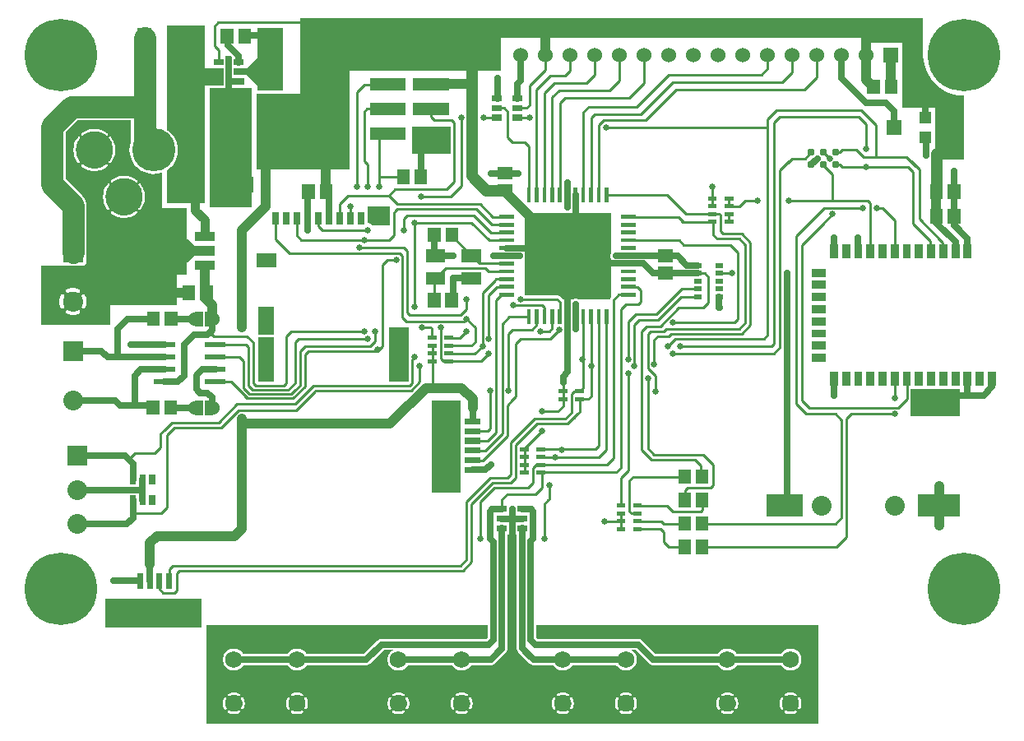
<source format=gbr>
G04 start of page 2 for group 0 idx 0 *
G04 Title: (unknown), component *
G04 Creator: pcb 4.0.2 *
G04 CreationDate: Thu Jul  2 20:22:59 2020 UTC *
G04 For: ndholmes *
G04 Format: Gerber/RS-274X *
G04 PCB-Dimensions (mil): 4000.00 2900.00 *
G04 PCB-Coordinate-Origin: lower left *
%MOIN*%
%FSLAX25Y25*%
%LNTOP*%
%ADD36C,0.0935*%
%ADD35C,0.0472*%
%ADD34C,0.0540*%
%ADD33C,0.0440*%
%ADD32C,0.0390*%
%ADD31C,0.1100*%
%ADD30C,0.1250*%
%ADD29C,0.0380*%
%ADD28C,0.1285*%
%ADD27C,0.0480*%
%ADD26C,0.0120*%
%ADD25C,0.0260*%
%ADD24C,0.0310*%
%ADD23C,0.0690*%
%ADD22C,0.1500*%
%ADD21C,0.1750*%
%ADD20C,0.0600*%
%ADD19C,0.2937*%
%ADD18C,0.0800*%
%ADD17C,0.0350*%
%ADD16C,0.0900*%
%ADD15C,0.0450*%
%ADD14C,0.0400*%
%ADD13C,0.0100*%
%ADD12C,0.0250*%
%ADD11C,0.0001*%
G54D11*G36*
X26493Y187500D02*X37000D01*
Y163500D01*
X26493D01*
Y170145D01*
X26578Y170181D01*
X26679Y170243D01*
X26769Y170319D01*
X26845Y170409D01*
X26905Y170511D01*
X27122Y170980D01*
X27289Y171469D01*
X27409Y171972D01*
X27482Y172484D01*
X27506Y173000D01*
X27482Y173516D01*
X27409Y174028D01*
X27289Y174531D01*
X27122Y175020D01*
X26910Y175492D01*
X26849Y175593D01*
X26772Y175684D01*
X26682Y175761D01*
X26580Y175823D01*
X26493Y175860D01*
Y187500D01*
G37*
G36*
X22002Y187483D02*X22216Y187500D01*
X26493D01*
Y175860D01*
X26471Y175869D01*
X26355Y175897D01*
X26237Y175906D01*
X26119Y175897D01*
X26003Y175870D01*
X25893Y175824D01*
X25792Y175762D01*
X25702Y175686D01*
X25624Y175595D01*
X25562Y175494D01*
X25516Y175385D01*
X25489Y175269D01*
X25479Y175151D01*
X25488Y175032D01*
X25516Y174917D01*
X25563Y174808D01*
X25721Y174468D01*
X25842Y174112D01*
X25930Y173747D01*
X25982Y173375D01*
X26000Y173000D01*
X25982Y172625D01*
X25930Y172253D01*
X25842Y171888D01*
X25721Y171532D01*
X25567Y171190D01*
X25520Y171082D01*
X25493Y170967D01*
X25483Y170849D01*
X25493Y170732D01*
X25521Y170617D01*
X25566Y170508D01*
X25628Y170407D01*
X25705Y170318D01*
X25795Y170241D01*
X25895Y170180D01*
X26004Y170135D01*
X26119Y170107D01*
X26237Y170098D01*
X26355Y170108D01*
X26469Y170135D01*
X26493Y170145D01*
Y163500D01*
X22002D01*
Y167494D01*
X22516Y167518D01*
X23028Y167591D01*
X23531Y167711D01*
X24020Y167878D01*
X24492Y168090D01*
X24593Y168151D01*
X24684Y168228D01*
X24761Y168318D01*
X24823Y168420D01*
X24869Y168529D01*
X24897Y168645D01*
X24906Y168763D01*
X24897Y168881D01*
X24870Y168997D01*
X24824Y169107D01*
X24762Y169208D01*
X24686Y169298D01*
X24595Y169376D01*
X24494Y169438D01*
X24385Y169484D01*
X24269Y169511D01*
X24151Y169521D01*
X24032Y169512D01*
X23917Y169484D01*
X23808Y169437D01*
X23468Y169279D01*
X23112Y169158D01*
X22747Y169070D01*
X22375Y169018D01*
X22002Y169000D01*
Y177000D01*
X22375Y176982D01*
X22747Y176930D01*
X23112Y176842D01*
X23468Y176721D01*
X23810Y176567D01*
X23918Y176520D01*
X24033Y176493D01*
X24151Y176483D01*
X24268Y176493D01*
X24383Y176521D01*
X24492Y176566D01*
X24593Y176628D01*
X24682Y176705D01*
X24759Y176795D01*
X24820Y176895D01*
X24865Y177004D01*
X24893Y177119D01*
X24902Y177237D01*
X24892Y177355D01*
X24865Y177469D01*
X24819Y177578D01*
X24757Y177679D01*
X24681Y177769D01*
X24591Y177845D01*
X24489Y177905D01*
X24020Y178122D01*
X23531Y178289D01*
X23028Y178409D01*
X22516Y178482D01*
X22002Y178506D01*
Y187483D01*
G37*
G36*
X17507Y187500D02*X21784D01*
X22000Y187483D01*
X22002Y187483D01*
Y178506D01*
X22000Y178506D01*
X21484Y178482D01*
X20972Y178409D01*
X20469Y178289D01*
X19980Y178122D01*
X19508Y177910D01*
X19407Y177849D01*
X19316Y177772D01*
X19239Y177682D01*
X19177Y177580D01*
X19131Y177471D01*
X19103Y177355D01*
X19094Y177237D01*
X19103Y177119D01*
X19130Y177003D01*
X19176Y176893D01*
X19238Y176792D01*
X19314Y176702D01*
X19405Y176624D01*
X19506Y176562D01*
X19615Y176516D01*
X19731Y176489D01*
X19849Y176479D01*
X19968Y176488D01*
X20083Y176516D01*
X20192Y176563D01*
X20532Y176721D01*
X20888Y176842D01*
X21253Y176930D01*
X21625Y176982D01*
X22000Y177000D01*
X22002Y177000D01*
Y169000D01*
X22000Y169000D01*
X21625Y169018D01*
X21253Y169070D01*
X20888Y169158D01*
X20532Y169279D01*
X20190Y169433D01*
X20082Y169480D01*
X19967Y169507D01*
X19849Y169517D01*
X19732Y169507D01*
X19617Y169479D01*
X19508Y169434D01*
X19407Y169372D01*
X19318Y169295D01*
X19241Y169205D01*
X19180Y169105D01*
X19135Y168996D01*
X19107Y168881D01*
X19098Y168763D01*
X19108Y168645D01*
X19135Y168531D01*
X19181Y168422D01*
X19243Y168321D01*
X19319Y168231D01*
X19409Y168155D01*
X19511Y168095D01*
X19980Y167878D01*
X20469Y167711D01*
X20972Y167591D01*
X21484Y167518D01*
X22000Y167494D01*
X22002Y167494D01*
Y163500D01*
X17507D01*
Y170140D01*
X17529Y170131D01*
X17645Y170103D01*
X17763Y170094D01*
X17881Y170103D01*
X17997Y170130D01*
X18107Y170176D01*
X18208Y170238D01*
X18298Y170314D01*
X18376Y170405D01*
X18438Y170506D01*
X18484Y170615D01*
X18511Y170731D01*
X18521Y170849D01*
X18512Y170968D01*
X18484Y171083D01*
X18437Y171192D01*
X18279Y171532D01*
X18158Y171888D01*
X18070Y172253D01*
X18018Y172625D01*
X18000Y173000D01*
X18018Y173375D01*
X18070Y173747D01*
X18158Y174112D01*
X18279Y174468D01*
X18433Y174810D01*
X18480Y174918D01*
X18507Y175033D01*
X18517Y175151D01*
X18507Y175268D01*
X18479Y175383D01*
X18434Y175492D01*
X18372Y175593D01*
X18295Y175682D01*
X18205Y175759D01*
X18105Y175820D01*
X17996Y175865D01*
X17881Y175893D01*
X17763Y175902D01*
X17645Y175892D01*
X17531Y175865D01*
X17507Y175855D01*
Y187500D01*
G37*
G36*
X9000D02*X17507D01*
Y175855D01*
X17422Y175819D01*
X17321Y175757D01*
X17231Y175681D01*
X17155Y175591D01*
X17095Y175489D01*
X16878Y175020D01*
X16711Y174531D01*
X16591Y174028D01*
X16518Y173516D01*
X16494Y173000D01*
X16518Y172484D01*
X16591Y171972D01*
X16711Y171469D01*
X16878Y170980D01*
X17090Y170508D01*
X17151Y170407D01*
X17228Y170316D01*
X17318Y170239D01*
X17420Y170177D01*
X17507Y170140D01*
Y163500D01*
X9000D01*
Y187500D01*
G37*
G36*
X64000Y171500D02*X30500D01*
Y185500D01*
X64000D01*
Y171500D01*
G37*
G36*
X37855Y236645D02*X38019Y236038D01*
X38135Y235388D01*
X38193Y234730D01*
Y234070D01*
X38135Y233412D01*
X38019Y232762D01*
X37855Y232155D01*
Y236645D01*
G37*
G36*
Y208420D02*X38092Y208248D01*
X38516Y208000D01*
X37855D01*
Y208420D01*
G37*
G36*
X49855Y217645D02*X50019Y217038D01*
X50135Y216388D01*
X50193Y215730D01*
Y215070D01*
X50135Y214412D01*
X50019Y213762D01*
X49855Y213155D01*
Y217645D01*
G37*
G36*
X55500Y224683D02*Y208000D01*
X49855D01*
Y210796D01*
X50230Y211439D01*
X50549Y212116D01*
X50807Y212819D01*
X51003Y213542D01*
X51134Y214280D01*
X51200Y215026D01*
Y215774D01*
X51134Y216521D01*
X51003Y217258D01*
X50807Y217981D01*
X50549Y218684D01*
X50230Y219361D01*
X49855Y220004D01*
Y225934D01*
X50260Y225686D01*
X51678Y225099D01*
X53170Y224740D01*
X54700Y224620D01*
X55500Y224683D01*
G37*
G36*
X49855Y208000D02*X46884D01*
X47308Y208248D01*
X47919Y208681D01*
X47979Y208734D01*
X48028Y208796D01*
X48068Y208866D01*
X48096Y208940D01*
X48112Y209019D01*
X48116Y209098D01*
X48107Y209178D01*
X48086Y209255D01*
X48053Y209327D01*
X48009Y209394D01*
X47956Y209453D01*
X47893Y209503D01*
X47824Y209543D01*
X47749Y209571D01*
X47671Y209587D01*
X47591Y209591D01*
X47512Y209582D01*
X47435Y209561D01*
X47362Y209528D01*
X47296Y209483D01*
X46762Y209095D01*
X46192Y208762D01*
X45595Y208481D01*
X44975Y208253D01*
X44338Y208081D01*
X43883Y208000D01*
X41517D01*
X41062Y208081D01*
X40425Y208253D01*
X39805Y208481D01*
X39208Y208762D01*
X38638Y209095D01*
X38099Y209477D01*
X38034Y209521D01*
X37963Y209554D01*
X37887Y209575D01*
X37855Y209578D01*
Y221215D01*
X37888Y221218D01*
X37965Y221239D01*
X38038Y221272D01*
X38104Y221317D01*
X38638Y221705D01*
X39208Y222038D01*
X39805Y222319D01*
X40425Y222547D01*
X41062Y222719D01*
X41712Y222835D01*
X42370Y222893D01*
X43030D01*
X43688Y222835D01*
X44338Y222719D01*
X44975Y222547D01*
X45595Y222319D01*
X46192Y222038D01*
X46762Y221705D01*
X47301Y221323D01*
X47366Y221279D01*
X47437Y221246D01*
X47513Y221225D01*
X47591Y221217D01*
X47670Y221220D01*
X47747Y221236D01*
X47821Y221264D01*
X47889Y221303D01*
X47951Y221352D01*
X48004Y221410D01*
X48047Y221476D01*
X48079Y221548D01*
X48100Y221624D01*
X48109Y221702D01*
X48105Y221781D01*
X48089Y221858D01*
X48061Y221931D01*
X48022Y222000D01*
X47973Y222061D01*
X47914Y222113D01*
X47308Y222552D01*
X46661Y222930D01*
X45984Y223249D01*
X45281Y223507D01*
X44558Y223703D01*
X43820Y223834D01*
X43074Y223900D01*
X42326D01*
X41579Y223834D01*
X40842Y223703D01*
X40119Y223507D01*
X39416Y223249D01*
X38739Y222930D01*
X38092Y222552D01*
X37855Y222384D01*
Y229796D01*
X38230Y230439D01*
X38549Y231116D01*
X38807Y231819D01*
X39003Y232542D01*
X39134Y233280D01*
X39200Y234026D01*
Y234774D01*
X39134Y235521D01*
X39003Y236258D01*
X38807Y236981D01*
X38549Y237684D01*
X38230Y238361D01*
X37855Y239004D01*
Y246500D01*
X45500D01*
Y238316D01*
X45483Y238100D01*
X45514Y237702D01*
X45399Y237422D01*
X45040Y235930D01*
X44920Y234400D01*
X45040Y232870D01*
X45399Y231378D01*
X45986Y229960D01*
X46788Y228651D01*
X47784Y227484D01*
X48951Y226488D01*
X49855Y225934D01*
Y220004D01*
X49852Y220008D01*
X49419Y220619D01*
X49366Y220679D01*
X49304Y220728D01*
X49234Y220768D01*
X49160Y220796D01*
X49081Y220812D01*
X49002Y220816D01*
X48922Y220807D01*
X48845Y220786D01*
X48773Y220753D01*
X48706Y220709D01*
X48647Y220656D01*
X48597Y220593D01*
X48557Y220524D01*
X48529Y220449D01*
X48513Y220371D01*
X48509Y220291D01*
X48518Y220212D01*
X48539Y220135D01*
X48572Y220062D01*
X48617Y219996D01*
X49005Y219462D01*
X49338Y218892D01*
X49619Y218295D01*
X49847Y217675D01*
X49855Y217645D01*
Y213155D01*
X49847Y213125D01*
X49619Y212505D01*
X49338Y211908D01*
X49005Y211338D01*
X48623Y210799D01*
X48579Y210734D01*
X48546Y210663D01*
X48525Y210587D01*
X48517Y210509D01*
X48520Y210430D01*
X48536Y210353D01*
X48564Y210279D01*
X48603Y210211D01*
X48652Y210149D01*
X48710Y210096D01*
X48776Y210053D01*
X48848Y210021D01*
X48924Y210000D01*
X49002Y209991D01*
X49081Y209995D01*
X49158Y210011D01*
X49231Y210039D01*
X49300Y210078D01*
X49361Y210127D01*
X49413Y210186D01*
X49852Y210792D01*
X49855Y210796D01*
Y208000D01*
G37*
G36*
X37855Y209578D02*X37809Y209583D01*
X37730Y209580D01*
X37653Y209564D01*
X37579Y209536D01*
X37511Y209497D01*
X37449Y209448D01*
X37396Y209390D01*
X37353Y209324D01*
X37321Y209252D01*
X37300Y209176D01*
X37291Y209098D01*
X37295Y209019D01*
X37311Y208942D01*
X37339Y208869D01*
X37378Y208800D01*
X37427Y208739D01*
X37486Y208687D01*
X37855Y208420D01*
Y208000D01*
X35545D01*
Y210796D01*
X35548Y210792D01*
X35981Y210181D01*
X36034Y210121D01*
X36096Y210072D01*
X36166Y210032D01*
X36240Y210004D01*
X36319Y209988D01*
X36398Y209984D01*
X36478Y209993D01*
X36555Y210014D01*
X36627Y210047D01*
X36694Y210091D01*
X36753Y210144D01*
X36803Y210207D01*
X36843Y210276D01*
X36871Y210351D01*
X36887Y210429D01*
X36891Y210509D01*
X36882Y210588D01*
X36861Y210665D01*
X36828Y210738D01*
X36783Y210804D01*
X36395Y211338D01*
X36062Y211908D01*
X35781Y212505D01*
X35553Y213125D01*
X35545Y213155D01*
Y217645D01*
X35553Y217675D01*
X35781Y218295D01*
X36062Y218892D01*
X36395Y219462D01*
X36777Y220001D01*
X36821Y220066D01*
X36854Y220137D01*
X36875Y220213D01*
X36883Y220291D01*
X36880Y220370D01*
X36864Y220447D01*
X36836Y220521D01*
X36797Y220589D01*
X36748Y220651D01*
X36690Y220704D01*
X36624Y220747D01*
X36552Y220779D01*
X36476Y220800D01*
X36398Y220809D01*
X36319Y220805D01*
X36242Y220789D01*
X36169Y220761D01*
X36100Y220722D01*
X36039Y220673D01*
X35987Y220614D01*
X35548Y220008D01*
X35545Y220004D01*
Y227416D01*
X35919Y227681D01*
X35979Y227734D01*
X36028Y227796D01*
X36068Y227866D01*
X36096Y227940D01*
X36112Y228019D01*
X36116Y228098D01*
X36107Y228178D01*
X36086Y228255D01*
X36053Y228327D01*
X36009Y228394D01*
X35956Y228453D01*
X35893Y228503D01*
X35824Y228543D01*
X35749Y228571D01*
X35671Y228587D01*
X35591Y228591D01*
X35545Y228586D01*
Y240222D01*
X35591Y240217D01*
X35670Y240220D01*
X35747Y240236D01*
X35821Y240264D01*
X35889Y240303D01*
X35951Y240352D01*
X36004Y240410D01*
X36047Y240476D01*
X36079Y240548D01*
X36100Y240624D01*
X36109Y240702D01*
X36105Y240781D01*
X36089Y240858D01*
X36061Y240931D01*
X36022Y241000D01*
X35973Y241061D01*
X35914Y241113D01*
X35545Y241380D01*
Y246500D01*
X37855D01*
Y239004D01*
X37852Y239008D01*
X37419Y239619D01*
X37366Y239679D01*
X37304Y239728D01*
X37234Y239768D01*
X37160Y239796D01*
X37081Y239812D01*
X37002Y239816D01*
X36922Y239807D01*
X36845Y239786D01*
X36773Y239753D01*
X36706Y239709D01*
X36647Y239656D01*
X36597Y239593D01*
X36557Y239524D01*
X36529Y239449D01*
X36513Y239371D01*
X36509Y239291D01*
X36518Y239212D01*
X36539Y239135D01*
X36572Y239062D01*
X36617Y238996D01*
X37005Y238462D01*
X37338Y237892D01*
X37619Y237295D01*
X37847Y236675D01*
X37855Y236645D01*
Y232155D01*
X37847Y232125D01*
X37619Y231505D01*
X37338Y230908D01*
X37005Y230338D01*
X36623Y229799D01*
X36579Y229734D01*
X36546Y229663D01*
X36525Y229587D01*
X36517Y229509D01*
X36520Y229430D01*
X36536Y229353D01*
X36564Y229279D01*
X36603Y229211D01*
X36652Y229149D01*
X36710Y229096D01*
X36776Y229053D01*
X36848Y229021D01*
X36924Y229000D01*
X37002Y228991D01*
X37081Y228995D01*
X37158Y229011D01*
X37231Y229039D01*
X37300Y229078D01*
X37361Y229127D01*
X37413Y229186D01*
X37852Y229792D01*
X37855Y229796D01*
Y222384D01*
X37481Y222119D01*
X37421Y222066D01*
X37372Y222004D01*
X37332Y221934D01*
X37304Y221860D01*
X37288Y221781D01*
X37284Y221702D01*
X37293Y221622D01*
X37314Y221545D01*
X37347Y221473D01*
X37391Y221406D01*
X37444Y221347D01*
X37507Y221297D01*
X37576Y221257D01*
X37651Y221229D01*
X37729Y221213D01*
X37809Y221209D01*
X37855Y221215D01*
Y209578D01*
G37*
G36*
X35545Y213155D02*X35381Y213762D01*
X35265Y214412D01*
X35207Y215070D01*
Y215730D01*
X35265Y216388D01*
X35381Y217038D01*
X35545Y217645D01*
Y213155D01*
G37*
G36*
Y241380D02*X35308Y241552D01*
X34661Y241930D01*
X33984Y242249D01*
X33281Y242507D01*
X32558Y242703D01*
X31820Y242834D01*
X31074Y242900D01*
X30704D01*
Y246500D01*
X35545D01*
Y241380D01*
G37*
G36*
Y228586D02*X35512Y228582D01*
X35435Y228561D01*
X35362Y228528D01*
X35296Y228483D01*
X34762Y228095D01*
X34192Y227762D01*
X33595Y227481D01*
X32975Y227253D01*
X32338Y227081D01*
X31688Y226965D01*
X31030Y226907D01*
X30704D01*
Y241893D01*
X31030D01*
X31688Y241835D01*
X32338Y241719D01*
X32975Y241547D01*
X33595Y241319D01*
X34192Y241038D01*
X34762Y240705D01*
X35301Y240323D01*
X35366Y240279D01*
X35437Y240246D01*
X35513Y240225D01*
X35545Y240222D01*
Y228586D01*
G37*
G36*
Y208000D02*X30704D01*
Y225900D01*
X31074D01*
X31820Y225966D01*
X32558Y226097D01*
X33281Y226293D01*
X33984Y226551D01*
X34661Y226870D01*
X35308Y227248D01*
X35545Y227416D01*
Y220004D01*
X35170Y219361D01*
X34851Y218684D01*
X34593Y217981D01*
X34397Y217258D01*
X34266Y216521D01*
X34200Y215774D01*
Y215026D01*
X34266Y214280D01*
X34397Y213542D01*
X34593Y212819D01*
X34851Y212116D01*
X35170Y211439D01*
X35545Y210796D01*
Y208000D01*
G37*
G36*
X30704D02*X27500D01*
Y211784D01*
X27517Y212000D01*
X27449Y212863D01*
X27247Y213705D01*
X26916Y214505D01*
X26463Y215243D01*
X25901Y215901D01*
X25737Y216041D01*
X23545Y218233D01*
Y229796D01*
X23548Y229792D01*
X23981Y229181D01*
X24034Y229121D01*
X24096Y229072D01*
X24166Y229032D01*
X24240Y229004D01*
X24319Y228988D01*
X24398Y228984D01*
X24478Y228993D01*
X24555Y229014D01*
X24627Y229047D01*
X24694Y229091D01*
X24753Y229144D01*
X24803Y229207D01*
X24843Y229276D01*
X24871Y229351D01*
X24887Y229429D01*
X24891Y229509D01*
X24882Y229588D01*
X24861Y229665D01*
X24828Y229738D01*
X24783Y229804D01*
X24395Y230338D01*
X24062Y230908D01*
X23781Y231505D01*
X23553Y232125D01*
X23545Y232155D01*
Y236645D01*
X23553Y236675D01*
X23781Y237295D01*
X24062Y237892D01*
X24395Y238462D01*
X24777Y239001D01*
X24821Y239066D01*
X24854Y239137D01*
X24875Y239213D01*
X24883Y239291D01*
X24880Y239370D01*
X24864Y239447D01*
X24836Y239521D01*
X24797Y239589D01*
X24748Y239651D01*
X24690Y239704D01*
X24624Y239747D01*
X24552Y239779D01*
X24476Y239800D01*
X24398Y239809D01*
X24319Y239805D01*
X24242Y239789D01*
X24169Y239761D01*
X24100Y239722D01*
X24039Y239673D01*
X23987Y239614D01*
X23548Y239008D01*
X23545Y239004D01*
Y246267D01*
X23778Y246500D01*
X30704D01*
Y242900D01*
X30326D01*
X29579Y242834D01*
X28842Y242703D01*
X28119Y242507D01*
X27416Y242249D01*
X26739Y241930D01*
X26092Y241552D01*
X25481Y241119D01*
X25421Y241066D01*
X25372Y241004D01*
X25332Y240934D01*
X25304Y240860D01*
X25288Y240781D01*
X25284Y240702D01*
X25293Y240622D01*
X25314Y240545D01*
X25347Y240473D01*
X25391Y240406D01*
X25444Y240347D01*
X25507Y240297D01*
X25576Y240257D01*
X25651Y240229D01*
X25729Y240213D01*
X25809Y240209D01*
X25888Y240218D01*
X25965Y240239D01*
X26038Y240272D01*
X26104Y240317D01*
X26638Y240705D01*
X27208Y241038D01*
X27805Y241319D01*
X28425Y241547D01*
X29062Y241719D01*
X29712Y241835D01*
X30370Y241893D01*
X30704D01*
Y226907D01*
X30370D01*
X29712Y226965D01*
X29062Y227081D01*
X28425Y227253D01*
X27805Y227481D01*
X27208Y227762D01*
X26638Y228095D01*
X26099Y228477D01*
X26034Y228521D01*
X25963Y228554D01*
X25887Y228575D01*
X25809Y228583D01*
X25730Y228580D01*
X25653Y228564D01*
X25579Y228536D01*
X25511Y228497D01*
X25449Y228448D01*
X25396Y228390D01*
X25353Y228324D01*
X25321Y228252D01*
X25300Y228176D01*
X25291Y228098D01*
X25295Y228019D01*
X25311Y227942D01*
X25339Y227869D01*
X25378Y227800D01*
X25427Y227739D01*
X25486Y227687D01*
X26092Y227248D01*
X26739Y226870D01*
X27416Y226551D01*
X28119Y226293D01*
X28842Y226097D01*
X29579Y225966D01*
X30326Y225900D01*
X30704D01*
Y208000D01*
G37*
G36*
X23545Y232155D02*X23381Y232762D01*
X23265Y233412D01*
X23207Y234070D01*
Y234730D01*
X23265Y235388D01*
X23381Y236038D01*
X23545Y236645D01*
Y232155D01*
G37*
G36*
Y218233D02*X19000Y222778D01*
Y241722D01*
X23545Y246267D01*
Y239004D01*
X23170Y238361D01*
X22851Y237684D01*
X22593Y236981D01*
X22397Y236258D01*
X22266Y235521D01*
X22200Y234774D01*
Y234026D01*
X22266Y233280D01*
X22397Y232542D01*
X22593Y231819D01*
X22851Y231116D01*
X23170Y230439D01*
X23545Y229796D01*
Y218233D01*
G37*
G36*
X49855Y217645D02*X50019Y217038D01*
X50135Y216388D01*
X50193Y215730D01*
Y215070D01*
X50135Y214412D01*
X50019Y213762D01*
X49855Y213155D01*
Y217645D01*
G37*
G36*
X58000Y181500D02*X49855D01*
Y210796D01*
X50230Y211439D01*
X50549Y212116D01*
X50807Y212819D01*
X51003Y213542D01*
X51134Y214280D01*
X51200Y215026D01*
Y215774D01*
X51134Y216521D01*
X51003Y217258D01*
X50807Y217981D01*
X50549Y218684D01*
X50230Y219361D01*
X49855Y220004D01*
Y225934D01*
X50260Y225686D01*
X51678Y225099D01*
X53170Y224740D01*
X54700Y224620D01*
X56230Y224740D01*
X57722Y225099D01*
X58000Y225214D01*
Y181500D01*
G37*
G36*
X49855D02*X42704D01*
Y206900D01*
X43074D01*
X43820Y206966D01*
X44558Y207097D01*
X45281Y207293D01*
X45984Y207551D01*
X46661Y207870D01*
X47308Y208248D01*
X47919Y208681D01*
X47979Y208734D01*
X48028Y208796D01*
X48068Y208866D01*
X48096Y208940D01*
X48112Y209019D01*
X48116Y209098D01*
X48107Y209178D01*
X48086Y209255D01*
X48053Y209327D01*
X48009Y209394D01*
X47956Y209453D01*
X47893Y209503D01*
X47824Y209543D01*
X47749Y209571D01*
X47671Y209587D01*
X47591Y209591D01*
X47512Y209582D01*
X47435Y209561D01*
X47362Y209528D01*
X47296Y209483D01*
X46762Y209095D01*
X46192Y208762D01*
X45595Y208481D01*
X44975Y208253D01*
X44338Y208081D01*
X43688Y207965D01*
X43030Y207907D01*
X42704D01*
Y222893D01*
X43030D01*
X43688Y222835D01*
X44338Y222719D01*
X44975Y222547D01*
X45595Y222319D01*
X46192Y222038D01*
X46762Y221705D01*
X47301Y221323D01*
X47366Y221279D01*
X47437Y221246D01*
X47513Y221225D01*
X47591Y221217D01*
X47670Y221220D01*
X47747Y221236D01*
X47821Y221264D01*
X47889Y221303D01*
X47951Y221352D01*
X48004Y221410D01*
X48047Y221476D01*
X48079Y221548D01*
X48100Y221624D01*
X48109Y221702D01*
X48105Y221781D01*
X48089Y221858D01*
X48061Y221931D01*
X48022Y222000D01*
X47973Y222061D01*
X47914Y222113D01*
X47308Y222552D01*
X46661Y222930D01*
X45984Y223249D01*
X45281Y223507D01*
X44558Y223703D01*
X43820Y223834D01*
X43074Y223900D01*
X42704D01*
Y227500D01*
X47771D01*
X47784Y227484D01*
X48951Y226488D01*
X49855Y225934D01*
Y220004D01*
X49852Y220008D01*
X49419Y220619D01*
X49366Y220679D01*
X49304Y220728D01*
X49234Y220768D01*
X49160Y220796D01*
X49081Y220812D01*
X49002Y220816D01*
X48922Y220807D01*
X48845Y220786D01*
X48773Y220753D01*
X48706Y220709D01*
X48647Y220656D01*
X48597Y220593D01*
X48557Y220524D01*
X48529Y220449D01*
X48513Y220371D01*
X48509Y220291D01*
X48518Y220212D01*
X48539Y220135D01*
X48572Y220062D01*
X48617Y219996D01*
X49005Y219462D01*
X49338Y218892D01*
X49619Y218295D01*
X49847Y217675D01*
X49855Y217645D01*
Y213155D01*
X49847Y213125D01*
X49619Y212505D01*
X49338Y211908D01*
X49005Y211338D01*
X48623Y210799D01*
X48579Y210734D01*
X48546Y210663D01*
X48525Y210587D01*
X48517Y210509D01*
X48520Y210430D01*
X48536Y210353D01*
X48564Y210279D01*
X48603Y210211D01*
X48652Y210149D01*
X48710Y210096D01*
X48776Y210053D01*
X48848Y210021D01*
X48924Y210000D01*
X49002Y209991D01*
X49081Y209995D01*
X49158Y210011D01*
X49231Y210039D01*
X49300Y210078D01*
X49361Y210127D01*
X49413Y210186D01*
X49852Y210792D01*
X49855Y210796D01*
Y181500D01*
G37*
G36*
X42704D02*X35545D01*
Y210796D01*
X35548Y210792D01*
X35981Y210181D01*
X36034Y210121D01*
X36096Y210072D01*
X36166Y210032D01*
X36240Y210004D01*
X36319Y209988D01*
X36398Y209984D01*
X36478Y209993D01*
X36555Y210014D01*
X36627Y210047D01*
X36694Y210091D01*
X36753Y210144D01*
X36803Y210207D01*
X36843Y210276D01*
X36871Y210351D01*
X36887Y210429D01*
X36891Y210509D01*
X36882Y210588D01*
X36861Y210665D01*
X36828Y210738D01*
X36783Y210804D01*
X36395Y211338D01*
X36062Y211908D01*
X35781Y212505D01*
X35553Y213125D01*
X35545Y213155D01*
Y217645D01*
X35553Y217675D01*
X35781Y218295D01*
X36062Y218892D01*
X36395Y219462D01*
X36777Y220001D01*
X36821Y220066D01*
X36854Y220137D01*
X36875Y220213D01*
X36883Y220291D01*
X36880Y220370D01*
X36864Y220447D01*
X36836Y220521D01*
X36797Y220589D01*
X36748Y220651D01*
X36690Y220704D01*
X36624Y220747D01*
X36552Y220779D01*
X36476Y220800D01*
X36398Y220809D01*
X36319Y220805D01*
X36242Y220789D01*
X36169Y220761D01*
X36100Y220722D01*
X36039Y220673D01*
X35987Y220614D01*
X35548Y220008D01*
X35545Y220004D01*
Y227416D01*
X35664Y227500D01*
X42704D01*
Y223900D01*
X42326D01*
X41579Y223834D01*
X40842Y223703D01*
X40119Y223507D01*
X39416Y223249D01*
X38739Y222930D01*
X38092Y222552D01*
X37481Y222119D01*
X37421Y222066D01*
X37372Y222004D01*
X37332Y221934D01*
X37304Y221860D01*
X37288Y221781D01*
X37284Y221702D01*
X37293Y221622D01*
X37314Y221545D01*
X37347Y221473D01*
X37391Y221406D01*
X37444Y221347D01*
X37507Y221297D01*
X37576Y221257D01*
X37651Y221229D01*
X37729Y221213D01*
X37809Y221209D01*
X37888Y221218D01*
X37965Y221239D01*
X38038Y221272D01*
X38104Y221317D01*
X38638Y221705D01*
X39208Y222038D01*
X39805Y222319D01*
X40425Y222547D01*
X41062Y222719D01*
X41712Y222835D01*
X42370Y222893D01*
X42704D01*
Y207907D01*
X42370D01*
X41712Y207965D01*
X41062Y208081D01*
X40425Y208253D01*
X39805Y208481D01*
X39208Y208762D01*
X38638Y209095D01*
X38099Y209477D01*
X38034Y209521D01*
X37963Y209554D01*
X37887Y209575D01*
X37809Y209583D01*
X37730Y209580D01*
X37653Y209564D01*
X37579Y209536D01*
X37511Y209497D01*
X37449Y209448D01*
X37396Y209390D01*
X37353Y209324D01*
X37321Y209252D01*
X37300Y209176D01*
X37291Y209098D01*
X37295Y209019D01*
X37311Y208942D01*
X37339Y208869D01*
X37378Y208800D01*
X37427Y208739D01*
X37486Y208687D01*
X38092Y208248D01*
X38739Y207870D01*
X39416Y207551D01*
X40119Y207293D01*
X40842Y207097D01*
X41579Y206966D01*
X42326Y206900D01*
X42704D01*
Y181500D01*
G37*
G36*
X35545Y213155D02*X35381Y213762D01*
X35265Y214412D01*
X35207Y215070D01*
Y215730D01*
X35265Y216388D01*
X35381Y217038D01*
X35545Y217645D01*
Y213155D01*
G37*
G36*
Y181500D02*X22000D01*
Y187483D01*
X22308Y187507D01*
X26235Y187514D01*
X26465Y187569D01*
X26683Y187659D01*
X26884Y187783D01*
X27064Y187936D01*
X27217Y188116D01*
X27341Y188317D01*
X27431Y188535D01*
X27486Y188765D01*
X27500Y189000D01*
X27493Y192889D01*
X27500Y193000D01*
Y211784D01*
X27517Y212000D01*
X27449Y212863D01*
X27247Y213705D01*
X26916Y214505D01*
X26463Y215243D01*
X25901Y215901D01*
X25737Y216041D01*
X22000Y219778D01*
Y227500D01*
X25744D01*
X26092Y227248D01*
X26739Y226870D01*
X27416Y226551D01*
X28119Y226293D01*
X28842Y226097D01*
X29579Y225966D01*
X30326Y225900D01*
X31074D01*
X31820Y225966D01*
X32558Y226097D01*
X33281Y226293D01*
X33984Y226551D01*
X34661Y226870D01*
X35308Y227248D01*
X35545Y227416D01*
Y220004D01*
X35170Y219361D01*
X34851Y218684D01*
X34593Y217981D01*
X34397Y217258D01*
X34266Y216521D01*
X34200Y215774D01*
Y215026D01*
X34266Y214280D01*
X34397Y213542D01*
X34593Y212819D01*
X34851Y212116D01*
X35170Y211439D01*
X35545Y210796D01*
Y181500D01*
G37*
G36*
X68000Y184000D02*X53000D01*
Y211000D01*
X68000D01*
Y184000D01*
G37*
G36*
X35000Y52500D02*X74000D01*
Y41000D01*
X35000D01*
Y52500D01*
G37*
G36*
X316472Y23000D02*X324000D01*
Y2000D01*
X316472D01*
Y7717D01*
X316531Y7762D01*
X316586Y7818D01*
X316630Y7884D01*
X316819Y8230D01*
X316972Y8594D01*
X317093Y8970D01*
X317180Y9356D01*
X317232Y9747D01*
X317250Y10142D01*
X317232Y10536D01*
X317180Y10928D01*
X317093Y11313D01*
X316972Y11689D01*
X316819Y12053D01*
X316634Y12402D01*
X316589Y12467D01*
X316534Y12524D01*
X316472Y12571D01*
Y23000D01*
G37*
G36*
X312797D02*X316472D01*
Y12571D01*
X316470Y12572D01*
X316400Y12609D01*
X316325Y12635D01*
X316247Y12649D01*
X316168Y12650D01*
X316090Y12639D01*
X316014Y12616D01*
X315943Y12581D01*
X315878Y12536D01*
X315821Y12481D01*
X315773Y12418D01*
X315736Y12348D01*
X315710Y12273D01*
X315696Y12195D01*
X315695Y12115D01*
X315706Y12037D01*
X315729Y11961D01*
X315765Y11891D01*
X315911Y11622D01*
X316030Y11340D01*
X316124Y11049D01*
X316191Y10751D01*
X316232Y10447D01*
X316245Y10142D01*
X316232Y9836D01*
X316191Y9533D01*
X316124Y9234D01*
X316030Y8943D01*
X315911Y8661D01*
X315768Y8391D01*
X315732Y8321D01*
X315709Y8246D01*
X315698Y8168D01*
X315700Y8089D01*
X315713Y8012D01*
X315739Y7937D01*
X315776Y7868D01*
X315823Y7805D01*
X315880Y7750D01*
X315944Y7705D01*
X316015Y7671D01*
X316090Y7648D01*
X316168Y7637D01*
X316247Y7638D01*
X316325Y7652D01*
X316399Y7677D01*
X316468Y7714D01*
X316472Y7717D01*
Y2000D01*
X312797D01*
Y5687D01*
X313190Y5705D01*
X313581Y5757D01*
X313967Y5844D01*
X314343Y5965D01*
X314707Y6118D01*
X315056Y6304D01*
X315121Y6348D01*
X315178Y6403D01*
X315226Y6467D01*
X315263Y6537D01*
X315289Y6612D01*
X315302Y6690D01*
X315304Y6769D01*
X315293Y6847D01*
X315270Y6923D01*
X315235Y6994D01*
X315189Y7059D01*
X315134Y7116D01*
X315071Y7164D01*
X315001Y7201D01*
X314926Y7227D01*
X314848Y7241D01*
X314769Y7242D01*
X314690Y7231D01*
X314615Y7208D01*
X314544Y7172D01*
X314276Y7026D01*
X313994Y6907D01*
X313703Y6813D01*
X313404Y6746D01*
X313101Y6705D01*
X312797Y6692D01*
Y13592D01*
X313101Y13578D01*
X313404Y13538D01*
X313703Y13470D01*
X313994Y13377D01*
X314276Y13258D01*
X314546Y13115D01*
X314616Y13079D01*
X314691Y13056D01*
X314769Y13045D01*
X314848Y13046D01*
X314925Y13060D01*
X315000Y13085D01*
X315069Y13122D01*
X315132Y13170D01*
X315187Y13226D01*
X315232Y13291D01*
X315266Y13362D01*
X315289Y13437D01*
X315300Y13515D01*
X315299Y13593D01*
X315285Y13671D01*
X315260Y13745D01*
X315223Y13815D01*
X315175Y13878D01*
X315119Y13932D01*
X315053Y13976D01*
X314707Y14165D01*
X314343Y14319D01*
X313967Y14439D01*
X313581Y14526D01*
X313190Y14579D01*
X312797Y14596D01*
Y23000D01*
G37*
G36*
X309118D02*X312797D01*
Y14596D01*
X312795Y14596D01*
X312401Y14579D01*
X312009Y14526D01*
X311624Y14439D01*
X311248Y14319D01*
X310884Y14165D01*
X310535Y13980D01*
X310470Y13935D01*
X310413Y13880D01*
X310365Y13817D01*
X310328Y13747D01*
X310302Y13672D01*
X310288Y13594D01*
X310287Y13515D01*
X310298Y13436D01*
X310321Y13360D01*
X310356Y13289D01*
X310401Y13224D01*
X310456Y13167D01*
X310519Y13120D01*
X310589Y13082D01*
X310664Y13057D01*
X310742Y13043D01*
X310822Y13041D01*
X310900Y13052D01*
X310976Y13076D01*
X311046Y13112D01*
X311315Y13258D01*
X311597Y13377D01*
X311888Y13470D01*
X312186Y13538D01*
X312490Y13578D01*
X312795Y13592D01*
X312797Y13592D01*
Y6692D01*
X312795Y6692D01*
X312490Y6705D01*
X312186Y6746D01*
X311888Y6813D01*
X311597Y6907D01*
X311315Y7026D01*
X311045Y7169D01*
X310975Y7205D01*
X310899Y7228D01*
X310821Y7239D01*
X310743Y7237D01*
X310665Y7224D01*
X310591Y7198D01*
X310521Y7161D01*
X310458Y7114D01*
X310404Y7057D01*
X310359Y6993D01*
X310324Y6922D01*
X310301Y6847D01*
X310290Y6769D01*
X310292Y6690D01*
X310305Y6612D01*
X310331Y6538D01*
X310368Y6469D01*
X310415Y6406D01*
X310472Y6351D01*
X310537Y6307D01*
X310884Y6118D01*
X311248Y5965D01*
X311624Y5844D01*
X312009Y5757D01*
X312401Y5705D01*
X312795Y5687D01*
X312797Y5687D01*
Y2000D01*
X309118D01*
Y7713D01*
X309120Y7711D01*
X309190Y7674D01*
X309265Y7648D01*
X309343Y7635D01*
X309422Y7633D01*
X309501Y7644D01*
X309577Y7667D01*
X309648Y7702D01*
X309713Y7748D01*
X309770Y7803D01*
X309817Y7866D01*
X309855Y7936D01*
X309881Y8011D01*
X309894Y8089D01*
X309896Y8168D01*
X309885Y8247D01*
X309861Y8322D01*
X309825Y8393D01*
X309679Y8661D01*
X309560Y8943D01*
X309467Y9234D01*
X309399Y9533D01*
X309359Y9836D01*
X309345Y10142D01*
X309359Y10447D01*
X309399Y10751D01*
X309467Y11049D01*
X309560Y11340D01*
X309679Y11622D01*
X309822Y11892D01*
X309858Y11962D01*
X309881Y12038D01*
X309892Y12116D01*
X309891Y12194D01*
X309877Y12272D01*
X309852Y12346D01*
X309815Y12416D01*
X309767Y12479D01*
X309711Y12533D01*
X309646Y12578D01*
X309575Y12613D01*
X309500Y12636D01*
X309422Y12647D01*
X309344Y12645D01*
X309266Y12632D01*
X309192Y12606D01*
X309122Y12569D01*
X309118Y12566D01*
Y23000D01*
G37*
G36*
X290882D02*X309118D01*
Y12566D01*
X309059Y12522D01*
X309005Y12465D01*
X308961Y12400D01*
X308772Y12053D01*
X308618Y11689D01*
X308498Y11313D01*
X308411Y10928D01*
X308358Y10536D01*
X308341Y10142D01*
X308358Y9747D01*
X308411Y9356D01*
X308498Y8970D01*
X308618Y8594D01*
X308772Y8230D01*
X308957Y7881D01*
X309002Y7816D01*
X309057Y7759D01*
X309118Y7713D01*
Y2000D01*
X290882D01*
Y7717D01*
X290941Y7762D01*
X290995Y7818D01*
X291039Y7884D01*
X291228Y8230D01*
X291382Y8594D01*
X291502Y8970D01*
X291589Y9356D01*
X291642Y9747D01*
X291659Y10142D01*
X291642Y10536D01*
X291589Y10928D01*
X291502Y11313D01*
X291382Y11689D01*
X291228Y12053D01*
X291043Y12402D01*
X290998Y12467D01*
X290943Y12524D01*
X290882Y12571D01*
Y23000D01*
G37*
G36*
X287206D02*X290882D01*
Y12571D01*
X290880Y12572D01*
X290810Y12609D01*
X290735Y12635D01*
X290657Y12649D01*
X290578Y12650D01*
X290499Y12639D01*
X290423Y12616D01*
X290352Y12581D01*
X290287Y12536D01*
X290230Y12481D01*
X290182Y12418D01*
X290145Y12348D01*
X290119Y12273D01*
X290106Y12195D01*
X290104Y12115D01*
X290115Y12037D01*
X290139Y11961D01*
X290175Y11891D01*
X290321Y11622D01*
X290440Y11340D01*
X290533Y11049D01*
X290601Y10751D01*
X290641Y10447D01*
X290655Y10142D01*
X290641Y9836D01*
X290601Y9533D01*
X290533Y9234D01*
X290440Y8943D01*
X290321Y8661D01*
X290178Y8391D01*
X290142Y8321D01*
X290119Y8246D01*
X290108Y8168D01*
X290109Y8089D01*
X290123Y8012D01*
X290148Y7937D01*
X290185Y7868D01*
X290233Y7805D01*
X290289Y7750D01*
X290354Y7705D01*
X290425Y7671D01*
X290500Y7648D01*
X290578Y7637D01*
X290656Y7638D01*
X290734Y7652D01*
X290808Y7677D01*
X290878Y7714D01*
X290882Y7717D01*
Y2000D01*
X287206D01*
Y5687D01*
X287599Y5705D01*
X287991Y5757D01*
X288376Y5844D01*
X288752Y5965D01*
X289116Y6118D01*
X289465Y6304D01*
X289530Y6348D01*
X289587Y6403D01*
X289635Y6467D01*
X289672Y6537D01*
X289698Y6612D01*
X289712Y6690D01*
X289713Y6769D01*
X289702Y6847D01*
X289679Y6923D01*
X289644Y6994D01*
X289599Y7059D01*
X289544Y7116D01*
X289481Y7164D01*
X289411Y7201D01*
X289336Y7227D01*
X289258Y7241D01*
X289178Y7242D01*
X289100Y7231D01*
X289024Y7208D01*
X288954Y7172D01*
X288685Y7026D01*
X288403Y6907D01*
X288112Y6813D01*
X287814Y6746D01*
X287510Y6705D01*
X287206Y6692D01*
Y13592D01*
X287510Y13578D01*
X287814Y13538D01*
X288112Y13470D01*
X288403Y13377D01*
X288685Y13258D01*
X288955Y13115D01*
X289025Y13079D01*
X289101Y13056D01*
X289179Y13045D01*
X289257Y13046D01*
X289335Y13060D01*
X289409Y13085D01*
X289479Y13122D01*
X289542Y13170D01*
X289596Y13226D01*
X289641Y13291D01*
X289676Y13362D01*
X289699Y13437D01*
X289710Y13515D01*
X289708Y13593D01*
X289695Y13671D01*
X289669Y13745D01*
X289632Y13815D01*
X289585Y13878D01*
X289528Y13932D01*
X289463Y13976D01*
X289116Y14165D01*
X288752Y14319D01*
X288376Y14439D01*
X287991Y14526D01*
X287599Y14579D01*
X287206Y14596D01*
Y23000D01*
G37*
G36*
X283528D02*X287206D01*
Y14596D01*
X287205Y14596D01*
X286810Y14579D01*
X286419Y14526D01*
X286033Y14439D01*
X285657Y14319D01*
X285293Y14165D01*
X284944Y13980D01*
X284879Y13935D01*
X284822Y13880D01*
X284774Y13817D01*
X284737Y13747D01*
X284711Y13672D01*
X284698Y13594D01*
X284696Y13515D01*
X284707Y13436D01*
X284730Y13360D01*
X284765Y13289D01*
X284811Y13224D01*
X284866Y13167D01*
X284929Y13120D01*
X284999Y13082D01*
X285074Y13057D01*
X285152Y13043D01*
X285231Y13041D01*
X285310Y13052D01*
X285385Y13076D01*
X285456Y13112D01*
X285724Y13258D01*
X286006Y13377D01*
X286297Y13470D01*
X286596Y13538D01*
X286899Y13578D01*
X287205Y13592D01*
X287206Y13592D01*
Y6692D01*
X287205Y6692D01*
X286899Y6705D01*
X286596Y6746D01*
X286297Y6813D01*
X286006Y6907D01*
X285724Y7026D01*
X285454Y7169D01*
X285384Y7205D01*
X285309Y7228D01*
X285231Y7239D01*
X285152Y7237D01*
X285075Y7224D01*
X285000Y7198D01*
X284931Y7161D01*
X284868Y7114D01*
X284813Y7057D01*
X284768Y6993D01*
X284734Y6922D01*
X284711Y6847D01*
X284700Y6769D01*
X284701Y6690D01*
X284715Y6612D01*
X284740Y6538D01*
X284777Y6469D01*
X284825Y6406D01*
X284881Y6351D01*
X284947Y6307D01*
X285293Y6118D01*
X285657Y5965D01*
X286033Y5844D01*
X286419Y5757D01*
X286810Y5705D01*
X287205Y5687D01*
X287206Y5687D01*
Y2000D01*
X283528D01*
Y7713D01*
X283530Y7711D01*
X283600Y7674D01*
X283675Y7648D01*
X283753Y7635D01*
X283832Y7633D01*
X283910Y7644D01*
X283986Y7667D01*
X284057Y7702D01*
X284122Y7748D01*
X284179Y7803D01*
X284227Y7866D01*
X284264Y7936D01*
X284290Y8011D01*
X284304Y8089D01*
X284305Y8168D01*
X284294Y8247D01*
X284271Y8322D01*
X284235Y8393D01*
X284089Y8661D01*
X283970Y8943D01*
X283876Y9234D01*
X283809Y9533D01*
X283768Y9836D01*
X283755Y10142D01*
X283768Y10447D01*
X283809Y10751D01*
X283876Y11049D01*
X283970Y11340D01*
X284089Y11622D01*
X284232Y11892D01*
X284268Y11962D01*
X284291Y12038D01*
X284302Y12116D01*
X284300Y12194D01*
X284287Y12272D01*
X284261Y12346D01*
X284224Y12416D01*
X284177Y12479D01*
X284120Y12533D01*
X284056Y12578D01*
X283985Y12613D01*
X283910Y12636D01*
X283832Y12647D01*
X283753Y12645D01*
X283675Y12632D01*
X283601Y12606D01*
X283532Y12569D01*
X283528Y12566D01*
Y23000D01*
G37*
G36*
X249772D02*X283528D01*
Y12566D01*
X283469Y12522D01*
X283414Y12465D01*
X283370Y12400D01*
X283181Y12053D01*
X283028Y11689D01*
X282907Y11313D01*
X282820Y10928D01*
X282768Y10536D01*
X282750Y10142D01*
X282768Y9747D01*
X282820Y9356D01*
X282907Y8970D01*
X283028Y8594D01*
X283181Y8230D01*
X283366Y7881D01*
X283411Y7816D01*
X283466Y7759D01*
X283528Y7713D01*
Y2000D01*
X249772D01*
Y7717D01*
X249831Y7762D01*
X249886Y7818D01*
X249930Y7884D01*
X250119Y8230D01*
X250272Y8594D01*
X250393Y8970D01*
X250480Y9356D01*
X250532Y9747D01*
X250550Y10142D01*
X250532Y10536D01*
X250480Y10928D01*
X250393Y11313D01*
X250272Y11689D01*
X250119Y12053D01*
X249934Y12402D01*
X249889Y12467D01*
X249834Y12524D01*
X249772Y12571D01*
Y23000D01*
G37*
G36*
X246097D02*X249772D01*
Y12571D01*
X249770Y12572D01*
X249700Y12609D01*
X249625Y12635D01*
X249547Y12649D01*
X249468Y12650D01*
X249390Y12639D01*
X249314Y12616D01*
X249243Y12581D01*
X249178Y12536D01*
X249121Y12481D01*
X249073Y12418D01*
X249036Y12348D01*
X249010Y12273D01*
X248996Y12195D01*
X248995Y12115D01*
X249006Y12037D01*
X249029Y11961D01*
X249065Y11891D01*
X249211Y11622D01*
X249330Y11340D01*
X249424Y11049D01*
X249491Y10751D01*
X249532Y10447D01*
X249545Y10142D01*
X249532Y9836D01*
X249491Y9533D01*
X249424Y9234D01*
X249330Y8943D01*
X249211Y8661D01*
X249068Y8391D01*
X249032Y8321D01*
X249009Y8246D01*
X248998Y8168D01*
X249000Y8089D01*
X249013Y8012D01*
X249039Y7937D01*
X249076Y7868D01*
X249123Y7805D01*
X249180Y7750D01*
X249244Y7705D01*
X249315Y7671D01*
X249390Y7648D01*
X249468Y7637D01*
X249547Y7638D01*
X249625Y7652D01*
X249699Y7677D01*
X249768Y7714D01*
X249772Y7717D01*
Y2000D01*
X246097D01*
Y5687D01*
X246490Y5705D01*
X246881Y5757D01*
X247267Y5844D01*
X247643Y5965D01*
X248007Y6118D01*
X248356Y6304D01*
X248421Y6348D01*
X248478Y6403D01*
X248526Y6467D01*
X248563Y6537D01*
X248589Y6612D01*
X248602Y6690D01*
X248604Y6769D01*
X248593Y6847D01*
X248570Y6923D01*
X248535Y6994D01*
X248489Y7059D01*
X248434Y7116D01*
X248371Y7164D01*
X248301Y7201D01*
X248226Y7227D01*
X248148Y7241D01*
X248069Y7242D01*
X247990Y7231D01*
X247915Y7208D01*
X247844Y7172D01*
X247576Y7026D01*
X247294Y6907D01*
X247003Y6813D01*
X246704Y6746D01*
X246401Y6705D01*
X246097Y6692D01*
Y13592D01*
X246401Y13578D01*
X246704Y13538D01*
X247003Y13470D01*
X247294Y13377D01*
X247576Y13258D01*
X247846Y13115D01*
X247916Y13079D01*
X247991Y13056D01*
X248069Y13045D01*
X248148Y13046D01*
X248225Y13060D01*
X248300Y13085D01*
X248369Y13122D01*
X248432Y13170D01*
X248487Y13226D01*
X248532Y13291D01*
X248566Y13362D01*
X248589Y13437D01*
X248600Y13515D01*
X248599Y13593D01*
X248585Y13671D01*
X248560Y13745D01*
X248523Y13815D01*
X248475Y13878D01*
X248419Y13932D01*
X248353Y13976D01*
X248007Y14165D01*
X247643Y14319D01*
X247267Y14439D01*
X246881Y14526D01*
X246490Y14579D01*
X246097Y14596D01*
Y23000D01*
G37*
G36*
X242418D02*X246097D01*
Y14596D01*
X246095Y14596D01*
X245701Y14579D01*
X245309Y14526D01*
X244924Y14439D01*
X244548Y14319D01*
X244184Y14165D01*
X243835Y13980D01*
X243770Y13935D01*
X243713Y13880D01*
X243665Y13817D01*
X243628Y13747D01*
X243602Y13672D01*
X243588Y13594D01*
X243587Y13515D01*
X243598Y13436D01*
X243621Y13360D01*
X243656Y13289D01*
X243701Y13224D01*
X243756Y13167D01*
X243819Y13120D01*
X243889Y13082D01*
X243964Y13057D01*
X244042Y13043D01*
X244122Y13041D01*
X244200Y13052D01*
X244276Y13076D01*
X244346Y13112D01*
X244615Y13258D01*
X244897Y13377D01*
X245188Y13470D01*
X245486Y13538D01*
X245790Y13578D01*
X246095Y13592D01*
X246097Y13592D01*
Y6692D01*
X246095Y6692D01*
X245790Y6705D01*
X245486Y6746D01*
X245188Y6813D01*
X244897Y6907D01*
X244615Y7026D01*
X244345Y7169D01*
X244275Y7205D01*
X244199Y7228D01*
X244121Y7239D01*
X244043Y7237D01*
X243965Y7224D01*
X243891Y7198D01*
X243821Y7161D01*
X243758Y7114D01*
X243704Y7057D01*
X243659Y6993D01*
X243624Y6922D01*
X243601Y6847D01*
X243590Y6769D01*
X243592Y6690D01*
X243605Y6612D01*
X243631Y6538D01*
X243668Y6469D01*
X243715Y6406D01*
X243772Y6351D01*
X243837Y6307D01*
X244184Y6118D01*
X244548Y5965D01*
X244924Y5844D01*
X245309Y5757D01*
X245701Y5705D01*
X246095Y5687D01*
X246097Y5687D01*
Y2000D01*
X242418D01*
Y7713D01*
X242420Y7711D01*
X242490Y7674D01*
X242565Y7648D01*
X242643Y7635D01*
X242722Y7633D01*
X242801Y7644D01*
X242877Y7667D01*
X242948Y7702D01*
X243013Y7748D01*
X243070Y7803D01*
X243117Y7866D01*
X243155Y7936D01*
X243181Y8011D01*
X243194Y8089D01*
X243196Y8168D01*
X243185Y8247D01*
X243161Y8322D01*
X243125Y8393D01*
X242979Y8661D01*
X242860Y8943D01*
X242767Y9234D01*
X242699Y9533D01*
X242659Y9836D01*
X242645Y10142D01*
X242659Y10447D01*
X242699Y10751D01*
X242767Y11049D01*
X242860Y11340D01*
X242979Y11622D01*
X243122Y11892D01*
X243158Y11962D01*
X243181Y12038D01*
X243192Y12116D01*
X243191Y12194D01*
X243177Y12272D01*
X243152Y12346D01*
X243115Y12416D01*
X243067Y12479D01*
X243011Y12533D01*
X242946Y12578D01*
X242875Y12613D01*
X242800Y12636D01*
X242722Y12647D01*
X242644Y12645D01*
X242566Y12632D01*
X242492Y12606D01*
X242422Y12569D01*
X242418Y12566D01*
Y23000D01*
G37*
G36*
X224182D02*X242418D01*
Y12566D01*
X242359Y12522D01*
X242305Y12465D01*
X242261Y12400D01*
X242072Y12053D01*
X241918Y11689D01*
X241798Y11313D01*
X241711Y10928D01*
X241658Y10536D01*
X241641Y10142D01*
X241658Y9747D01*
X241711Y9356D01*
X241798Y8970D01*
X241918Y8594D01*
X242072Y8230D01*
X242257Y7881D01*
X242302Y7816D01*
X242357Y7759D01*
X242418Y7713D01*
Y2000D01*
X224182D01*
Y7717D01*
X224241Y7762D01*
X224295Y7818D01*
X224339Y7884D01*
X224528Y8230D01*
X224682Y8594D01*
X224802Y8970D01*
X224889Y9356D01*
X224942Y9747D01*
X224959Y10142D01*
X224942Y10536D01*
X224889Y10928D01*
X224802Y11313D01*
X224682Y11689D01*
X224528Y12053D01*
X224343Y12402D01*
X224298Y12467D01*
X224243Y12524D01*
X224182Y12571D01*
Y23000D01*
G37*
G36*
X220506D02*X224182D01*
Y12571D01*
X224180Y12572D01*
X224110Y12609D01*
X224035Y12635D01*
X223957Y12649D01*
X223878Y12650D01*
X223799Y12639D01*
X223723Y12616D01*
X223652Y12581D01*
X223587Y12536D01*
X223530Y12481D01*
X223482Y12418D01*
X223445Y12348D01*
X223419Y12273D01*
X223406Y12195D01*
X223404Y12115D01*
X223415Y12037D01*
X223439Y11961D01*
X223475Y11891D01*
X223621Y11622D01*
X223740Y11340D01*
X223833Y11049D01*
X223901Y10751D01*
X223941Y10447D01*
X223955Y10142D01*
X223941Y9836D01*
X223901Y9533D01*
X223833Y9234D01*
X223740Y8943D01*
X223621Y8661D01*
X223478Y8391D01*
X223442Y8321D01*
X223419Y8246D01*
X223408Y8168D01*
X223409Y8089D01*
X223423Y8012D01*
X223448Y7937D01*
X223485Y7868D01*
X223533Y7805D01*
X223589Y7750D01*
X223654Y7705D01*
X223725Y7671D01*
X223800Y7648D01*
X223878Y7637D01*
X223956Y7638D01*
X224034Y7652D01*
X224108Y7677D01*
X224178Y7714D01*
X224182Y7717D01*
Y2000D01*
X220506D01*
Y5687D01*
X220899Y5705D01*
X221291Y5757D01*
X221676Y5844D01*
X222052Y5965D01*
X222416Y6118D01*
X222765Y6304D01*
X222830Y6348D01*
X222887Y6403D01*
X222935Y6467D01*
X222972Y6537D01*
X222998Y6612D01*
X223012Y6690D01*
X223013Y6769D01*
X223002Y6847D01*
X222979Y6923D01*
X222944Y6994D01*
X222899Y7059D01*
X222844Y7116D01*
X222781Y7164D01*
X222711Y7201D01*
X222636Y7227D01*
X222558Y7241D01*
X222478Y7242D01*
X222400Y7231D01*
X222324Y7208D01*
X222254Y7172D01*
X221985Y7026D01*
X221703Y6907D01*
X221412Y6813D01*
X221114Y6746D01*
X220810Y6705D01*
X220506Y6692D01*
Y13592D01*
X220810Y13578D01*
X221114Y13538D01*
X221412Y13470D01*
X221703Y13377D01*
X221985Y13258D01*
X222255Y13115D01*
X222325Y13079D01*
X222401Y13056D01*
X222479Y13045D01*
X222557Y13046D01*
X222635Y13060D01*
X222709Y13085D01*
X222779Y13122D01*
X222842Y13170D01*
X222896Y13226D01*
X222941Y13291D01*
X222976Y13362D01*
X222999Y13437D01*
X223010Y13515D01*
X223008Y13593D01*
X222995Y13671D01*
X222969Y13745D01*
X222932Y13815D01*
X222885Y13878D01*
X222828Y13932D01*
X222763Y13976D01*
X222416Y14165D01*
X222052Y14319D01*
X221676Y14439D01*
X221291Y14526D01*
X220899Y14579D01*
X220506Y14596D01*
Y23000D01*
G37*
G36*
X216828D02*X220506D01*
Y14596D01*
X220505Y14596D01*
X220110Y14579D01*
X219719Y14526D01*
X219333Y14439D01*
X218957Y14319D01*
X218593Y14165D01*
X218244Y13980D01*
X218179Y13935D01*
X218122Y13880D01*
X218074Y13817D01*
X218037Y13747D01*
X218011Y13672D01*
X217998Y13594D01*
X217996Y13515D01*
X218007Y13436D01*
X218030Y13360D01*
X218065Y13289D01*
X218111Y13224D01*
X218166Y13167D01*
X218229Y13120D01*
X218299Y13082D01*
X218374Y13057D01*
X218452Y13043D01*
X218531Y13041D01*
X218609Y13052D01*
X218685Y13076D01*
X218756Y13112D01*
X219024Y13258D01*
X219306Y13377D01*
X219597Y13470D01*
X219896Y13538D01*
X220199Y13578D01*
X220505Y13592D01*
X220506Y13592D01*
Y6692D01*
X220505Y6692D01*
X220199Y6705D01*
X219896Y6746D01*
X219597Y6813D01*
X219306Y6907D01*
X219024Y7026D01*
X218754Y7169D01*
X218684Y7205D01*
X218609Y7228D01*
X218531Y7239D01*
X218452Y7237D01*
X218375Y7224D01*
X218300Y7198D01*
X218231Y7161D01*
X218168Y7114D01*
X218113Y7057D01*
X218068Y6993D01*
X218034Y6922D01*
X218011Y6847D01*
X218000Y6769D01*
X218001Y6690D01*
X218015Y6612D01*
X218040Y6538D01*
X218077Y6469D01*
X218125Y6406D01*
X218181Y6351D01*
X218247Y6307D01*
X218593Y6118D01*
X218957Y5965D01*
X219333Y5844D01*
X219719Y5757D01*
X220110Y5705D01*
X220505Y5687D01*
X220506Y5687D01*
Y2000D01*
X216828D01*
Y7713D01*
X216830Y7711D01*
X216900Y7674D01*
X216975Y7648D01*
X217053Y7635D01*
X217132Y7633D01*
X217210Y7644D01*
X217286Y7667D01*
X217357Y7702D01*
X217422Y7748D01*
X217479Y7803D01*
X217527Y7866D01*
X217564Y7936D01*
X217590Y8011D01*
X217604Y8089D01*
X217605Y8168D01*
X217594Y8247D01*
X217571Y8322D01*
X217535Y8393D01*
X217389Y8661D01*
X217270Y8943D01*
X217176Y9234D01*
X217109Y9533D01*
X217068Y9836D01*
X217055Y10142D01*
X217068Y10447D01*
X217109Y10751D01*
X217176Y11049D01*
X217270Y11340D01*
X217389Y11622D01*
X217532Y11892D01*
X217568Y11962D01*
X217591Y12038D01*
X217602Y12116D01*
X217600Y12194D01*
X217587Y12272D01*
X217561Y12346D01*
X217524Y12416D01*
X217477Y12479D01*
X217420Y12533D01*
X217356Y12578D01*
X217285Y12613D01*
X217210Y12636D01*
X217132Y12647D01*
X217053Y12645D01*
X216975Y12632D01*
X216901Y12606D01*
X216832Y12569D01*
X216828Y12566D01*
Y23000D01*
G37*
G36*
X183172D02*X216828D01*
Y12566D01*
X216769Y12522D01*
X216714Y12465D01*
X216670Y12400D01*
X216481Y12053D01*
X216328Y11689D01*
X216207Y11313D01*
X216120Y10928D01*
X216068Y10536D01*
X216050Y10142D01*
X216068Y9747D01*
X216120Y9356D01*
X216207Y8970D01*
X216328Y8594D01*
X216481Y8230D01*
X216666Y7881D01*
X216711Y7816D01*
X216766Y7759D01*
X216828Y7713D01*
Y2000D01*
X183172D01*
Y7717D01*
X183231Y7762D01*
X183286Y7818D01*
X183330Y7884D01*
X183519Y8230D01*
X183672Y8594D01*
X183793Y8970D01*
X183880Y9356D01*
X183932Y9747D01*
X183950Y10142D01*
X183932Y10536D01*
X183880Y10928D01*
X183793Y11313D01*
X183672Y11689D01*
X183519Y12053D01*
X183334Y12402D01*
X183289Y12467D01*
X183234Y12524D01*
X183172Y12571D01*
Y23000D01*
G37*
G36*
X179497D02*X183172D01*
Y12571D01*
X183170Y12572D01*
X183100Y12609D01*
X183025Y12635D01*
X182947Y12649D01*
X182868Y12650D01*
X182790Y12639D01*
X182714Y12616D01*
X182643Y12581D01*
X182578Y12536D01*
X182521Y12481D01*
X182473Y12418D01*
X182436Y12348D01*
X182410Y12273D01*
X182396Y12195D01*
X182395Y12115D01*
X182406Y12037D01*
X182429Y11961D01*
X182465Y11891D01*
X182611Y11622D01*
X182730Y11340D01*
X182824Y11049D01*
X182891Y10751D01*
X182932Y10447D01*
X182945Y10142D01*
X182932Y9836D01*
X182891Y9533D01*
X182824Y9234D01*
X182730Y8943D01*
X182611Y8661D01*
X182468Y8391D01*
X182432Y8321D01*
X182409Y8246D01*
X182398Y8168D01*
X182400Y8089D01*
X182413Y8012D01*
X182439Y7937D01*
X182476Y7868D01*
X182523Y7805D01*
X182580Y7750D01*
X182644Y7705D01*
X182715Y7671D01*
X182790Y7648D01*
X182868Y7637D01*
X182947Y7638D01*
X183025Y7652D01*
X183099Y7677D01*
X183168Y7714D01*
X183172Y7717D01*
Y2000D01*
X179497D01*
Y5687D01*
X179890Y5705D01*
X180281Y5757D01*
X180667Y5844D01*
X181043Y5965D01*
X181407Y6118D01*
X181756Y6304D01*
X181821Y6348D01*
X181878Y6403D01*
X181926Y6467D01*
X181963Y6537D01*
X181989Y6612D01*
X182002Y6690D01*
X182004Y6769D01*
X181993Y6847D01*
X181970Y6923D01*
X181935Y6994D01*
X181889Y7059D01*
X181834Y7116D01*
X181771Y7164D01*
X181701Y7201D01*
X181626Y7227D01*
X181548Y7241D01*
X181469Y7242D01*
X181390Y7231D01*
X181315Y7208D01*
X181244Y7172D01*
X180976Y7026D01*
X180694Y6907D01*
X180403Y6813D01*
X180104Y6746D01*
X179801Y6705D01*
X179497Y6692D01*
Y13592D01*
X179801Y13578D01*
X180104Y13538D01*
X180403Y13470D01*
X180694Y13377D01*
X180976Y13258D01*
X181246Y13115D01*
X181316Y13079D01*
X181391Y13056D01*
X181469Y13045D01*
X181548Y13046D01*
X181625Y13060D01*
X181700Y13085D01*
X181769Y13122D01*
X181832Y13170D01*
X181887Y13226D01*
X181932Y13291D01*
X181966Y13362D01*
X181989Y13437D01*
X182000Y13515D01*
X181999Y13593D01*
X181985Y13671D01*
X181960Y13745D01*
X181923Y13815D01*
X181875Y13878D01*
X181819Y13932D01*
X181753Y13976D01*
X181407Y14165D01*
X181043Y14319D01*
X180667Y14439D01*
X180281Y14526D01*
X179890Y14579D01*
X179497Y14596D01*
Y23000D01*
G37*
G36*
X175818D02*X179497D01*
Y14596D01*
X179495Y14596D01*
X179101Y14579D01*
X178709Y14526D01*
X178324Y14439D01*
X177948Y14319D01*
X177584Y14165D01*
X177235Y13980D01*
X177170Y13935D01*
X177113Y13880D01*
X177065Y13817D01*
X177028Y13747D01*
X177002Y13672D01*
X176988Y13594D01*
X176987Y13515D01*
X176998Y13436D01*
X177021Y13360D01*
X177056Y13289D01*
X177101Y13224D01*
X177156Y13167D01*
X177219Y13120D01*
X177289Y13082D01*
X177364Y13057D01*
X177442Y13043D01*
X177522Y13041D01*
X177600Y13052D01*
X177676Y13076D01*
X177746Y13112D01*
X178015Y13258D01*
X178297Y13377D01*
X178588Y13470D01*
X178886Y13538D01*
X179190Y13578D01*
X179495Y13592D01*
X179497Y13592D01*
Y6692D01*
X179495Y6692D01*
X179190Y6705D01*
X178886Y6746D01*
X178588Y6813D01*
X178297Y6907D01*
X178015Y7026D01*
X177745Y7169D01*
X177675Y7205D01*
X177599Y7228D01*
X177521Y7239D01*
X177443Y7237D01*
X177365Y7224D01*
X177291Y7198D01*
X177221Y7161D01*
X177158Y7114D01*
X177104Y7057D01*
X177059Y6993D01*
X177024Y6922D01*
X177001Y6847D01*
X176990Y6769D01*
X176992Y6690D01*
X177005Y6612D01*
X177031Y6538D01*
X177068Y6469D01*
X177115Y6406D01*
X177172Y6351D01*
X177237Y6307D01*
X177584Y6118D01*
X177948Y5965D01*
X178324Y5844D01*
X178709Y5757D01*
X179101Y5705D01*
X179495Y5687D01*
X179497Y5687D01*
Y2000D01*
X175818D01*
Y7713D01*
X175820Y7711D01*
X175890Y7674D01*
X175965Y7648D01*
X176043Y7635D01*
X176122Y7633D01*
X176201Y7644D01*
X176277Y7667D01*
X176348Y7702D01*
X176413Y7748D01*
X176470Y7803D01*
X176517Y7866D01*
X176555Y7936D01*
X176581Y8011D01*
X176594Y8089D01*
X176596Y8168D01*
X176585Y8247D01*
X176561Y8322D01*
X176525Y8393D01*
X176379Y8661D01*
X176260Y8943D01*
X176167Y9234D01*
X176099Y9533D01*
X176059Y9836D01*
X176045Y10142D01*
X176059Y10447D01*
X176099Y10751D01*
X176167Y11049D01*
X176260Y11340D01*
X176379Y11622D01*
X176522Y11892D01*
X176558Y11962D01*
X176581Y12038D01*
X176592Y12116D01*
X176591Y12194D01*
X176577Y12272D01*
X176552Y12346D01*
X176515Y12416D01*
X176467Y12479D01*
X176411Y12533D01*
X176346Y12578D01*
X176275Y12613D01*
X176200Y12636D01*
X176122Y12647D01*
X176044Y12645D01*
X175966Y12632D01*
X175892Y12606D01*
X175822Y12569D01*
X175818Y12566D01*
Y23000D01*
G37*
G36*
X157582D02*X175818D01*
Y12566D01*
X175759Y12522D01*
X175705Y12465D01*
X175661Y12400D01*
X175472Y12053D01*
X175318Y11689D01*
X175198Y11313D01*
X175111Y10928D01*
X175058Y10536D01*
X175041Y10142D01*
X175058Y9747D01*
X175111Y9356D01*
X175198Y8970D01*
X175318Y8594D01*
X175472Y8230D01*
X175657Y7881D01*
X175702Y7816D01*
X175757Y7759D01*
X175818Y7713D01*
Y2000D01*
X157582D01*
Y7717D01*
X157641Y7762D01*
X157695Y7818D01*
X157739Y7884D01*
X157928Y8230D01*
X158082Y8594D01*
X158202Y8970D01*
X158289Y9356D01*
X158342Y9747D01*
X158359Y10142D01*
X158342Y10536D01*
X158289Y10928D01*
X158202Y11313D01*
X158082Y11689D01*
X157928Y12053D01*
X157743Y12402D01*
X157698Y12467D01*
X157643Y12524D01*
X157582Y12571D01*
Y23000D01*
G37*
G36*
X153906D02*X157582D01*
Y12571D01*
X157580Y12572D01*
X157510Y12609D01*
X157435Y12635D01*
X157357Y12649D01*
X157278Y12650D01*
X157199Y12639D01*
X157123Y12616D01*
X157052Y12581D01*
X156987Y12536D01*
X156930Y12481D01*
X156882Y12418D01*
X156845Y12348D01*
X156819Y12273D01*
X156806Y12195D01*
X156804Y12115D01*
X156815Y12037D01*
X156839Y11961D01*
X156875Y11891D01*
X157021Y11622D01*
X157140Y11340D01*
X157233Y11049D01*
X157301Y10751D01*
X157341Y10447D01*
X157355Y10142D01*
X157341Y9836D01*
X157301Y9533D01*
X157233Y9234D01*
X157140Y8943D01*
X157021Y8661D01*
X156878Y8391D01*
X156842Y8321D01*
X156819Y8246D01*
X156808Y8168D01*
X156809Y8089D01*
X156823Y8012D01*
X156848Y7937D01*
X156885Y7868D01*
X156933Y7805D01*
X156989Y7750D01*
X157054Y7705D01*
X157125Y7671D01*
X157200Y7648D01*
X157278Y7637D01*
X157356Y7638D01*
X157434Y7652D01*
X157508Y7677D01*
X157578Y7714D01*
X157582Y7717D01*
Y2000D01*
X153906D01*
Y5687D01*
X154299Y5705D01*
X154691Y5757D01*
X155076Y5844D01*
X155452Y5965D01*
X155816Y6118D01*
X156165Y6304D01*
X156230Y6348D01*
X156287Y6403D01*
X156335Y6467D01*
X156372Y6537D01*
X156398Y6612D01*
X156412Y6690D01*
X156413Y6769D01*
X156402Y6847D01*
X156379Y6923D01*
X156344Y6994D01*
X156299Y7059D01*
X156244Y7116D01*
X156181Y7164D01*
X156111Y7201D01*
X156036Y7227D01*
X155958Y7241D01*
X155878Y7242D01*
X155800Y7231D01*
X155724Y7208D01*
X155654Y7172D01*
X155385Y7026D01*
X155103Y6907D01*
X154812Y6813D01*
X154514Y6746D01*
X154210Y6705D01*
X153906Y6692D01*
Y13592D01*
X154210Y13578D01*
X154514Y13538D01*
X154812Y13470D01*
X155103Y13377D01*
X155385Y13258D01*
X155655Y13115D01*
X155725Y13079D01*
X155801Y13056D01*
X155879Y13045D01*
X155957Y13046D01*
X156035Y13060D01*
X156109Y13085D01*
X156179Y13122D01*
X156242Y13170D01*
X156296Y13226D01*
X156341Y13291D01*
X156376Y13362D01*
X156399Y13437D01*
X156410Y13515D01*
X156408Y13593D01*
X156395Y13671D01*
X156369Y13745D01*
X156332Y13815D01*
X156285Y13878D01*
X156228Y13932D01*
X156163Y13976D01*
X155816Y14165D01*
X155452Y14319D01*
X155076Y14439D01*
X154691Y14526D01*
X154299Y14579D01*
X153906Y14596D01*
Y23000D01*
G37*
G36*
X150228D02*X153906D01*
Y14596D01*
X153905Y14596D01*
X153510Y14579D01*
X153119Y14526D01*
X152733Y14439D01*
X152357Y14319D01*
X151993Y14165D01*
X151644Y13980D01*
X151579Y13935D01*
X151522Y13880D01*
X151474Y13817D01*
X151437Y13747D01*
X151411Y13672D01*
X151398Y13594D01*
X151396Y13515D01*
X151407Y13436D01*
X151430Y13360D01*
X151465Y13289D01*
X151511Y13224D01*
X151566Y13167D01*
X151629Y13120D01*
X151699Y13082D01*
X151774Y13057D01*
X151852Y13043D01*
X151931Y13041D01*
X152010Y13052D01*
X152085Y13076D01*
X152156Y13112D01*
X152424Y13258D01*
X152706Y13377D01*
X152997Y13470D01*
X153296Y13538D01*
X153599Y13578D01*
X153905Y13592D01*
X153906Y13592D01*
Y6692D01*
X153905Y6692D01*
X153599Y6705D01*
X153296Y6746D01*
X152997Y6813D01*
X152706Y6907D01*
X152424Y7026D01*
X152154Y7169D01*
X152084Y7205D01*
X152009Y7228D01*
X151931Y7239D01*
X151852Y7237D01*
X151775Y7224D01*
X151700Y7198D01*
X151631Y7161D01*
X151568Y7114D01*
X151513Y7057D01*
X151468Y6993D01*
X151434Y6922D01*
X151411Y6847D01*
X151400Y6769D01*
X151401Y6690D01*
X151415Y6612D01*
X151440Y6538D01*
X151477Y6469D01*
X151525Y6406D01*
X151581Y6351D01*
X151647Y6307D01*
X151993Y6118D01*
X152357Y5965D01*
X152733Y5844D01*
X153119Y5757D01*
X153510Y5705D01*
X153905Y5687D01*
X153906Y5687D01*
Y2000D01*
X150228D01*
Y7713D01*
X150230Y7711D01*
X150300Y7674D01*
X150375Y7648D01*
X150453Y7635D01*
X150532Y7633D01*
X150610Y7644D01*
X150686Y7667D01*
X150757Y7702D01*
X150822Y7748D01*
X150879Y7803D01*
X150927Y7866D01*
X150964Y7936D01*
X150990Y8011D01*
X151004Y8089D01*
X151005Y8168D01*
X150994Y8247D01*
X150971Y8322D01*
X150935Y8393D01*
X150789Y8661D01*
X150670Y8943D01*
X150576Y9234D01*
X150509Y9533D01*
X150468Y9836D01*
X150455Y10142D01*
X150468Y10447D01*
X150509Y10751D01*
X150576Y11049D01*
X150670Y11340D01*
X150789Y11622D01*
X150932Y11892D01*
X150968Y11962D01*
X150991Y12038D01*
X151002Y12116D01*
X151000Y12194D01*
X150987Y12272D01*
X150961Y12346D01*
X150924Y12416D01*
X150877Y12479D01*
X150820Y12533D01*
X150756Y12578D01*
X150685Y12613D01*
X150610Y12636D01*
X150532Y12647D01*
X150453Y12645D01*
X150375Y12632D01*
X150301Y12606D01*
X150232Y12569D01*
X150228Y12566D01*
Y23000D01*
G37*
G36*
X116472D02*X150228D01*
Y12566D01*
X150169Y12522D01*
X150114Y12465D01*
X150070Y12400D01*
X149881Y12053D01*
X149728Y11689D01*
X149607Y11313D01*
X149520Y10928D01*
X149468Y10536D01*
X149450Y10142D01*
X149468Y9747D01*
X149520Y9356D01*
X149607Y8970D01*
X149728Y8594D01*
X149881Y8230D01*
X150066Y7881D01*
X150111Y7816D01*
X150166Y7759D01*
X150228Y7713D01*
Y2000D01*
X116472D01*
Y7717D01*
X116531Y7762D01*
X116586Y7818D01*
X116630Y7884D01*
X116819Y8230D01*
X116972Y8594D01*
X117093Y8970D01*
X117180Y9356D01*
X117232Y9747D01*
X117250Y10142D01*
X117232Y10536D01*
X117180Y10928D01*
X117093Y11313D01*
X116972Y11689D01*
X116819Y12053D01*
X116634Y12402D01*
X116589Y12467D01*
X116534Y12524D01*
X116472Y12571D01*
Y23000D01*
G37*
G36*
X112797D02*X116472D01*
Y12571D01*
X116470Y12572D01*
X116400Y12609D01*
X116325Y12635D01*
X116247Y12649D01*
X116168Y12650D01*
X116090Y12639D01*
X116014Y12616D01*
X115943Y12581D01*
X115878Y12536D01*
X115821Y12481D01*
X115773Y12418D01*
X115736Y12348D01*
X115710Y12273D01*
X115696Y12195D01*
X115695Y12115D01*
X115706Y12037D01*
X115729Y11961D01*
X115765Y11891D01*
X115911Y11622D01*
X116030Y11340D01*
X116124Y11049D01*
X116191Y10751D01*
X116232Y10447D01*
X116245Y10142D01*
X116232Y9836D01*
X116191Y9533D01*
X116124Y9234D01*
X116030Y8943D01*
X115911Y8661D01*
X115768Y8391D01*
X115732Y8321D01*
X115709Y8246D01*
X115698Y8168D01*
X115700Y8089D01*
X115713Y8012D01*
X115739Y7937D01*
X115776Y7868D01*
X115823Y7805D01*
X115880Y7750D01*
X115944Y7705D01*
X116015Y7671D01*
X116090Y7648D01*
X116168Y7637D01*
X116247Y7638D01*
X116325Y7652D01*
X116399Y7677D01*
X116468Y7714D01*
X116472Y7717D01*
Y2000D01*
X112797D01*
Y5687D01*
X113190Y5705D01*
X113581Y5757D01*
X113967Y5844D01*
X114343Y5965D01*
X114707Y6118D01*
X115056Y6304D01*
X115121Y6348D01*
X115178Y6403D01*
X115226Y6467D01*
X115263Y6537D01*
X115289Y6612D01*
X115302Y6690D01*
X115304Y6769D01*
X115293Y6847D01*
X115270Y6923D01*
X115235Y6994D01*
X115189Y7059D01*
X115134Y7116D01*
X115071Y7164D01*
X115001Y7201D01*
X114926Y7227D01*
X114848Y7241D01*
X114769Y7242D01*
X114690Y7231D01*
X114615Y7208D01*
X114544Y7172D01*
X114276Y7026D01*
X113994Y6907D01*
X113703Y6813D01*
X113404Y6746D01*
X113101Y6705D01*
X112797Y6692D01*
Y13592D01*
X113101Y13578D01*
X113404Y13538D01*
X113703Y13470D01*
X113994Y13377D01*
X114276Y13258D01*
X114546Y13115D01*
X114616Y13079D01*
X114691Y13056D01*
X114769Y13045D01*
X114848Y13046D01*
X114925Y13060D01*
X115000Y13085D01*
X115069Y13122D01*
X115132Y13170D01*
X115187Y13226D01*
X115232Y13291D01*
X115266Y13362D01*
X115289Y13437D01*
X115300Y13515D01*
X115299Y13593D01*
X115285Y13671D01*
X115260Y13745D01*
X115223Y13815D01*
X115175Y13878D01*
X115119Y13932D01*
X115053Y13976D01*
X114707Y14165D01*
X114343Y14319D01*
X113967Y14439D01*
X113581Y14526D01*
X113190Y14579D01*
X112797Y14596D01*
Y23000D01*
G37*
G36*
X109118D02*X112797D01*
Y14596D01*
X112795Y14596D01*
X112401Y14579D01*
X112009Y14526D01*
X111624Y14439D01*
X111248Y14319D01*
X110884Y14165D01*
X110535Y13980D01*
X110470Y13935D01*
X110413Y13880D01*
X110365Y13817D01*
X110328Y13747D01*
X110302Y13672D01*
X110288Y13594D01*
X110287Y13515D01*
X110298Y13436D01*
X110321Y13360D01*
X110356Y13289D01*
X110401Y13224D01*
X110456Y13167D01*
X110519Y13120D01*
X110589Y13082D01*
X110664Y13057D01*
X110742Y13043D01*
X110822Y13041D01*
X110900Y13052D01*
X110976Y13076D01*
X111046Y13112D01*
X111315Y13258D01*
X111597Y13377D01*
X111888Y13470D01*
X112186Y13538D01*
X112490Y13578D01*
X112795Y13592D01*
X112797Y13592D01*
Y6692D01*
X112795Y6692D01*
X112490Y6705D01*
X112186Y6746D01*
X111888Y6813D01*
X111597Y6907D01*
X111315Y7026D01*
X111045Y7169D01*
X110975Y7205D01*
X110899Y7228D01*
X110821Y7239D01*
X110743Y7237D01*
X110665Y7224D01*
X110591Y7198D01*
X110521Y7161D01*
X110458Y7114D01*
X110404Y7057D01*
X110359Y6993D01*
X110324Y6922D01*
X110301Y6847D01*
X110290Y6769D01*
X110292Y6690D01*
X110305Y6612D01*
X110331Y6538D01*
X110368Y6469D01*
X110415Y6406D01*
X110472Y6351D01*
X110537Y6307D01*
X110884Y6118D01*
X111248Y5965D01*
X111624Y5844D01*
X112009Y5757D01*
X112401Y5705D01*
X112795Y5687D01*
X112797Y5687D01*
Y2000D01*
X109118D01*
Y7713D01*
X109120Y7711D01*
X109190Y7674D01*
X109265Y7648D01*
X109343Y7635D01*
X109422Y7633D01*
X109501Y7644D01*
X109577Y7667D01*
X109648Y7702D01*
X109713Y7748D01*
X109770Y7803D01*
X109817Y7866D01*
X109855Y7936D01*
X109881Y8011D01*
X109894Y8089D01*
X109896Y8168D01*
X109885Y8247D01*
X109861Y8322D01*
X109825Y8393D01*
X109679Y8661D01*
X109560Y8943D01*
X109467Y9234D01*
X109399Y9533D01*
X109359Y9836D01*
X109345Y10142D01*
X109359Y10447D01*
X109399Y10751D01*
X109467Y11049D01*
X109560Y11340D01*
X109679Y11622D01*
X109822Y11892D01*
X109858Y11962D01*
X109881Y12038D01*
X109892Y12116D01*
X109891Y12194D01*
X109877Y12272D01*
X109852Y12346D01*
X109815Y12416D01*
X109767Y12479D01*
X109711Y12533D01*
X109646Y12578D01*
X109575Y12613D01*
X109500Y12636D01*
X109422Y12647D01*
X109344Y12645D01*
X109266Y12632D01*
X109192Y12606D01*
X109122Y12569D01*
X109118Y12566D01*
Y23000D01*
G37*
G36*
X90882D02*X109118D01*
Y12566D01*
X109059Y12522D01*
X109005Y12465D01*
X108961Y12400D01*
X108772Y12053D01*
X108618Y11689D01*
X108498Y11313D01*
X108411Y10928D01*
X108358Y10536D01*
X108341Y10142D01*
X108358Y9747D01*
X108411Y9356D01*
X108498Y8970D01*
X108618Y8594D01*
X108772Y8230D01*
X108957Y7881D01*
X109002Y7816D01*
X109057Y7759D01*
X109118Y7713D01*
Y2000D01*
X90882D01*
Y7717D01*
X90941Y7762D01*
X90995Y7818D01*
X91039Y7884D01*
X91228Y8230D01*
X91382Y8594D01*
X91502Y8970D01*
X91589Y9356D01*
X91642Y9747D01*
X91659Y10142D01*
X91642Y10536D01*
X91589Y10928D01*
X91502Y11313D01*
X91382Y11689D01*
X91228Y12053D01*
X91043Y12402D01*
X90998Y12467D01*
X90943Y12524D01*
X90882Y12571D01*
Y23000D01*
G37*
G36*
X87206D02*X90882D01*
Y12571D01*
X90880Y12572D01*
X90810Y12609D01*
X90735Y12635D01*
X90657Y12649D01*
X90578Y12650D01*
X90499Y12639D01*
X90423Y12616D01*
X90352Y12581D01*
X90287Y12536D01*
X90230Y12481D01*
X90182Y12418D01*
X90145Y12348D01*
X90119Y12273D01*
X90106Y12195D01*
X90104Y12115D01*
X90115Y12037D01*
X90139Y11961D01*
X90175Y11891D01*
X90321Y11622D01*
X90440Y11340D01*
X90533Y11049D01*
X90601Y10751D01*
X90641Y10447D01*
X90655Y10142D01*
X90641Y9836D01*
X90601Y9533D01*
X90533Y9234D01*
X90440Y8943D01*
X90321Y8661D01*
X90178Y8391D01*
X90142Y8321D01*
X90119Y8246D01*
X90108Y8168D01*
X90109Y8089D01*
X90123Y8012D01*
X90148Y7937D01*
X90185Y7868D01*
X90233Y7805D01*
X90289Y7750D01*
X90354Y7705D01*
X90425Y7671D01*
X90500Y7648D01*
X90578Y7637D01*
X90656Y7638D01*
X90734Y7652D01*
X90808Y7677D01*
X90878Y7714D01*
X90882Y7717D01*
Y2000D01*
X87206D01*
Y5687D01*
X87599Y5705D01*
X87991Y5757D01*
X88376Y5844D01*
X88752Y5965D01*
X89116Y6118D01*
X89465Y6304D01*
X89530Y6348D01*
X89587Y6403D01*
X89635Y6467D01*
X89672Y6537D01*
X89698Y6612D01*
X89712Y6690D01*
X89713Y6769D01*
X89702Y6847D01*
X89679Y6923D01*
X89644Y6994D01*
X89599Y7059D01*
X89544Y7116D01*
X89481Y7164D01*
X89411Y7201D01*
X89336Y7227D01*
X89258Y7241D01*
X89178Y7242D01*
X89100Y7231D01*
X89024Y7208D01*
X88954Y7172D01*
X88685Y7026D01*
X88403Y6907D01*
X88112Y6813D01*
X87814Y6746D01*
X87510Y6705D01*
X87206Y6692D01*
Y13592D01*
X87510Y13578D01*
X87814Y13538D01*
X88112Y13470D01*
X88403Y13377D01*
X88685Y13258D01*
X88955Y13115D01*
X89025Y13079D01*
X89101Y13056D01*
X89179Y13045D01*
X89257Y13046D01*
X89335Y13060D01*
X89409Y13085D01*
X89479Y13122D01*
X89542Y13170D01*
X89596Y13226D01*
X89641Y13291D01*
X89676Y13362D01*
X89699Y13437D01*
X89710Y13515D01*
X89708Y13593D01*
X89695Y13671D01*
X89669Y13745D01*
X89632Y13815D01*
X89585Y13878D01*
X89528Y13932D01*
X89463Y13976D01*
X89116Y14165D01*
X88752Y14319D01*
X88376Y14439D01*
X87991Y14526D01*
X87599Y14579D01*
X87206Y14596D01*
Y23000D01*
G37*
G36*
X83528D02*X87206D01*
Y14596D01*
X87205Y14596D01*
X86810Y14579D01*
X86419Y14526D01*
X86033Y14439D01*
X85657Y14319D01*
X85293Y14165D01*
X84944Y13980D01*
X84879Y13935D01*
X84822Y13880D01*
X84774Y13817D01*
X84737Y13747D01*
X84711Y13672D01*
X84698Y13594D01*
X84696Y13515D01*
X84707Y13436D01*
X84730Y13360D01*
X84765Y13289D01*
X84811Y13224D01*
X84866Y13167D01*
X84929Y13120D01*
X84999Y13082D01*
X85074Y13057D01*
X85152Y13043D01*
X85231Y13041D01*
X85310Y13052D01*
X85385Y13076D01*
X85456Y13112D01*
X85724Y13258D01*
X86006Y13377D01*
X86297Y13470D01*
X86596Y13538D01*
X86899Y13578D01*
X87205Y13592D01*
X87206Y13592D01*
Y6692D01*
X87205Y6692D01*
X86899Y6705D01*
X86596Y6746D01*
X86297Y6813D01*
X86006Y6907D01*
X85724Y7026D01*
X85454Y7169D01*
X85384Y7205D01*
X85309Y7228D01*
X85231Y7239D01*
X85152Y7237D01*
X85075Y7224D01*
X85000Y7198D01*
X84931Y7161D01*
X84868Y7114D01*
X84813Y7057D01*
X84768Y6993D01*
X84734Y6922D01*
X84711Y6847D01*
X84700Y6769D01*
X84701Y6690D01*
X84715Y6612D01*
X84740Y6538D01*
X84777Y6469D01*
X84825Y6406D01*
X84881Y6351D01*
X84947Y6307D01*
X85293Y6118D01*
X85657Y5965D01*
X86033Y5844D01*
X86419Y5757D01*
X86810Y5705D01*
X87205Y5687D01*
X87206Y5687D01*
Y2000D01*
X83528D01*
Y7713D01*
X83530Y7711D01*
X83600Y7674D01*
X83675Y7648D01*
X83753Y7635D01*
X83832Y7633D01*
X83910Y7644D01*
X83986Y7667D01*
X84057Y7702D01*
X84122Y7748D01*
X84179Y7803D01*
X84227Y7866D01*
X84264Y7936D01*
X84290Y8011D01*
X84304Y8089D01*
X84305Y8168D01*
X84294Y8247D01*
X84271Y8322D01*
X84235Y8393D01*
X84089Y8661D01*
X83970Y8943D01*
X83876Y9234D01*
X83809Y9533D01*
X83768Y9836D01*
X83755Y10142D01*
X83768Y10447D01*
X83809Y10751D01*
X83876Y11049D01*
X83970Y11340D01*
X84089Y11622D01*
X84232Y11892D01*
X84268Y11962D01*
X84291Y12038D01*
X84302Y12116D01*
X84300Y12194D01*
X84287Y12272D01*
X84261Y12346D01*
X84224Y12416D01*
X84177Y12479D01*
X84120Y12533D01*
X84056Y12578D01*
X83985Y12613D01*
X83910Y12636D01*
X83832Y12647D01*
X83753Y12645D01*
X83675Y12632D01*
X83601Y12606D01*
X83532Y12569D01*
X83528Y12566D01*
Y23000D01*
G37*
G36*
X76000D02*X83528D01*
Y12566D01*
X83469Y12522D01*
X83414Y12465D01*
X83370Y12400D01*
X83181Y12053D01*
X83028Y11689D01*
X82907Y11313D01*
X82820Y10928D01*
X82768Y10536D01*
X82750Y10142D01*
X82768Y9747D01*
X82820Y9356D01*
X82907Y8970D01*
X83028Y8594D01*
X83181Y8230D01*
X83366Y7881D01*
X83411Y7816D01*
X83466Y7759D01*
X83528Y7713D01*
Y2000D01*
X76000D01*
Y23000D01*
G37*
G36*
X206988Y26330D02*X207046Y26262D01*
X207315Y26032D01*
X207315Y26032D01*
X207502Y25918D01*
X207617Y25847D01*
X207944Y25712D01*
X208289Y25629D01*
X208289D01*
X208642Y25601D01*
X208730Y25608D01*
X216664D01*
X216893Y25235D01*
X217348Y24702D01*
X217881Y24247D01*
X218478Y23881D01*
X219125Y23613D01*
X219806Y23450D01*
X220505Y23395D01*
X221203Y23450D01*
X221884Y23613D01*
X222531Y23881D01*
X223128Y24247D01*
X223661Y24702D01*
X224116Y25235D01*
X224345Y25608D01*
X242255D01*
X242484Y25235D01*
X242939Y24702D01*
X243472Y24247D01*
X244069Y23881D01*
X244716Y23613D01*
X245397Y23450D01*
X246095Y23395D01*
X246794Y23450D01*
X247475Y23613D01*
X248122Y23881D01*
X248719Y24247D01*
X249252Y24702D01*
X249707Y25235D01*
X250072Y25832D01*
X250341Y26479D01*
X250504Y27160D01*
X250545Y27858D01*
X250504Y28557D01*
X250341Y29238D01*
X250072Y29885D01*
X249707Y30482D01*
X249252Y31015D01*
X248719Y31469D01*
X248261Y31750D01*
X250068D01*
X255488Y26330D01*
X255546Y26262D01*
X255815Y26032D01*
X255815Y26032D01*
X256002Y25918D01*
X256117Y25847D01*
X256444Y25712D01*
X256789Y25629D01*
X256789D01*
X257142Y25601D01*
X257230Y25608D01*
X283364D01*
X283593Y25235D01*
X284048Y24702D01*
X284581Y24247D01*
X285178Y23881D01*
X285825Y23613D01*
X286506Y23450D01*
X287205Y23395D01*
X287903Y23450D01*
X288584Y23613D01*
X289231Y23881D01*
X289828Y24247D01*
X290361Y24702D01*
X290816Y25235D01*
X291045Y25608D01*
X308955D01*
X309184Y25235D01*
X309639Y24702D01*
X310172Y24247D01*
X310769Y23881D01*
X311416Y23613D01*
X312097Y23450D01*
X312795Y23395D01*
X313494Y23450D01*
X314175Y23613D01*
X314822Y23881D01*
X315419Y24247D01*
X315952Y24702D01*
X316407Y25235D01*
X316772Y25832D01*
X317041Y26479D01*
X317204Y27160D01*
X317245Y27858D01*
X317204Y28557D01*
X317041Y29238D01*
X316772Y29885D01*
X316407Y30482D01*
X315952Y31015D01*
X315419Y31469D01*
X314822Y31835D01*
X314175Y32104D01*
X313494Y32267D01*
X312795Y32322D01*
X312097Y32267D01*
X311416Y32104D01*
X310769Y31835D01*
X310172Y31469D01*
X309639Y31015D01*
X309184Y30482D01*
X308955Y30108D01*
X291045D01*
X290816Y30482D01*
X290361Y31015D01*
X289828Y31469D01*
X289231Y31835D01*
X288584Y32104D01*
X287903Y32267D01*
X287205Y32322D01*
X286506Y32267D01*
X285825Y32104D01*
X285178Y31835D01*
X284581Y31469D01*
X284048Y31015D01*
X283593Y30482D01*
X283364Y30108D01*
X258074D01*
X252653Y35529D01*
X252596Y35596D01*
X252327Y35826D01*
X252327Y35826D01*
X252212Y35896D01*
X252025Y36011D01*
X251793Y36107D01*
X251697Y36146D01*
X251353Y36229D01*
X251000Y36257D01*
X250912Y36250D01*
X210432D01*
X209750Y36932D01*
Y42000D01*
X324000D01*
Y21000D01*
X76000D01*
Y42000D01*
X190250D01*
Y36932D01*
X189568Y36250D01*
X147088D01*
X147000Y36257D01*
X146647Y36229D01*
X146303Y36146D01*
X145975Y36011D01*
X145673Y35826D01*
X145673Y35826D01*
X145404Y35596D01*
X145347Y35529D01*
X139926Y30108D01*
X116636D01*
X116407Y30482D01*
X115952Y31015D01*
X115419Y31469D01*
X114822Y31835D01*
X114175Y32104D01*
X113494Y32267D01*
X112795Y32322D01*
X112097Y32267D01*
X111416Y32104D01*
X110769Y31835D01*
X110172Y31469D01*
X109639Y31015D01*
X109184Y30482D01*
X108955Y30108D01*
X91045D01*
X90816Y30482D01*
X90361Y31015D01*
X89828Y31469D01*
X89231Y31835D01*
X88584Y32104D01*
X87903Y32267D01*
X87205Y32322D01*
X86506Y32267D01*
X85825Y32104D01*
X85178Y31835D01*
X84581Y31469D01*
X84048Y31015D01*
X83593Y30482D01*
X83228Y29885D01*
X82959Y29238D01*
X82796Y28557D01*
X82741Y27858D01*
X82796Y27160D01*
X82959Y26479D01*
X83228Y25832D01*
X83593Y25235D01*
X84048Y24702D01*
X84581Y24247D01*
X85178Y23881D01*
X85825Y23613D01*
X86506Y23450D01*
X87205Y23395D01*
X87903Y23450D01*
X88584Y23613D01*
X89231Y23881D01*
X89828Y24247D01*
X90361Y24702D01*
X90816Y25235D01*
X91045Y25608D01*
X108955D01*
X109184Y25235D01*
X109639Y24702D01*
X110172Y24247D01*
X110769Y23881D01*
X111416Y23613D01*
X112097Y23450D01*
X112795Y23395D01*
X113494Y23450D01*
X114175Y23613D01*
X114822Y23881D01*
X115419Y24247D01*
X115952Y24702D01*
X116407Y25235D01*
X116636Y25608D01*
X140770D01*
X140858Y25601D01*
X141211Y25629D01*
X141211Y25629D01*
X141556Y25712D01*
X141883Y25847D01*
X142185Y26032D01*
X142454Y26262D01*
X142512Y26330D01*
X147932Y31750D01*
X151739D01*
X151281Y31469D01*
X150748Y31015D01*
X150293Y30482D01*
X149928Y29885D01*
X149659Y29238D01*
X149496Y28557D01*
X149441Y27858D01*
X149496Y27160D01*
X149659Y26479D01*
X149928Y25832D01*
X150293Y25235D01*
X150748Y24702D01*
X151281Y24247D01*
X151878Y23881D01*
X152525Y23613D01*
X153206Y23450D01*
X153905Y23395D01*
X154603Y23450D01*
X155284Y23613D01*
X155931Y23881D01*
X156528Y24247D01*
X157061Y24702D01*
X157516Y25235D01*
X157745Y25608D01*
X175655D01*
X175884Y25235D01*
X176339Y24702D01*
X176872Y24247D01*
X177469Y23881D01*
X178116Y23613D01*
X178797Y23450D01*
X179495Y23395D01*
X180194Y23450D01*
X180875Y23613D01*
X181522Y23881D01*
X182119Y24247D01*
X182652Y24702D01*
X183107Y25235D01*
X183336Y25608D01*
X191270D01*
X191358Y25601D01*
X191711Y25629D01*
X191711Y25629D01*
X192056Y25712D01*
X192383Y25847D01*
X192685Y26032D01*
X192954Y26262D01*
X193012Y26330D01*
X197429Y30747D01*
X197496Y30804D01*
X197726Y31073D01*
X197726Y31073D01*
X197911Y31375D01*
X198046Y31703D01*
X198129Y32047D01*
X198157Y32400D01*
X198150Y32488D01*
Y42000D01*
X201850D01*
Y32488D01*
X201843Y32400D01*
X201871Y32047D01*
Y32047D01*
X201954Y31703D01*
X202089Y31375D01*
X202159Y31261D01*
X202274Y31073D01*
X202274Y31073D01*
X202504Y30804D01*
X202571Y30747D01*
X206988Y26330D01*
G37*
G36*
X343500Y288000D02*X366500D01*
Y278000D01*
X343500D01*
Y288000D01*
G37*
G36*
X358000D02*X366500D01*
Y273443D01*
X366465Y273000D01*
X366500Y272557D01*
Y257000D01*
X358000D01*
Y288000D01*
G37*
G36*
X383000Y256465D02*Y230500D01*
X371500D01*
Y261144D01*
X373281Y259623D01*
X375493Y258267D01*
X377890Y257274D01*
X380413Y256669D01*
X383000Y256465D01*
G37*
G36*
X358000Y273000D02*X366465D01*
X366669Y270413D01*
X367274Y267890D01*
X368267Y265493D01*
X369623Y263281D01*
X371308Y261308D01*
X373281Y259623D01*
X375493Y258267D01*
X377890Y257274D01*
X380413Y256669D01*
X381500Y256583D01*
Y251500D01*
X358000D01*
Y273000D01*
G37*
G36*
X381500Y126500D02*X361500D01*
Y133441D01*
X361505Y133500D01*
X361500Y133559D01*
Y137500D01*
X381500D01*
Y126500D01*
G37*
G36*
X201850Y40500D02*X198150D01*
Y76520D01*
X198179Y76639D01*
X198200Y77000D01*
X198179Y77361D01*
X198150Y77480D01*
Y78417D01*
X198365Y78469D01*
X198583Y78559D01*
X198784Y78683D01*
X198964Y78836D01*
X199117Y79016D01*
X199241Y79217D01*
X199331Y79435D01*
X199386Y79665D01*
X199400Y79900D01*
X199394Y81100D01*
X200606D01*
X200614Y79665D01*
X200669Y79435D01*
X200759Y79217D01*
X200883Y79016D01*
X201036Y78836D01*
X201216Y78683D01*
X201417Y78559D01*
X201635Y78469D01*
X201850Y78417D01*
Y77480D01*
X201821Y77361D01*
X201793Y77000D01*
X201821Y76639D01*
X201850Y76520D01*
Y40500D01*
G37*
G36*
X179000Y95500D02*X167500D01*
Y133000D01*
X179000D01*
Y95500D01*
G37*
G36*
X114000Y288000D02*X350000D01*
Y280000D01*
X114000D01*
Y288000D01*
G37*
G36*
X119000Y284500D02*X195500D01*
Y266500D01*
X119000D01*
Y284500D01*
G37*
G36*
X97200Y171000D02*X103300D01*
Y159400D01*
X97200D01*
Y171000D01*
G37*
G36*
X239584Y174000D02*X226510D01*
X226397Y174046D01*
X226053Y174129D01*
X225700Y174157D01*
X225347Y174129D01*
X225003Y174046D01*
X224890Y174000D01*
X220321D01*
X219302Y175019D01*
X219264Y175064D01*
X219084Y175217D01*
X218883Y175341D01*
X218665Y175431D01*
X218435Y175486D01*
X218200Y175505D01*
X218141Y175500D01*
X205244D01*
X205131Y175631D01*
X205000Y175744D01*
Y190458D01*
X205011Y190475D01*
X205146Y190803D01*
X205229Y191147D01*
X205257Y191500D01*
X205229Y191853D01*
X205146Y192197D01*
X205011Y192525D01*
X205000Y192542D01*
Y209000D01*
X221690D01*
X221803Y208954D01*
X222147Y208871D01*
X222500Y208843D01*
X222853Y208871D01*
X223197Y208954D01*
X223310Y209000D01*
X240000D01*
Y192542D01*
X239989Y192525D01*
X239854Y192197D01*
X239771Y191853D01*
X239743Y191500D01*
X239771Y191147D01*
X239854Y190803D01*
X239989Y190475D01*
X240000Y190458D01*
Y174621D01*
X239981Y174602D01*
X239936Y174564D01*
X239783Y174384D01*
X239659Y174183D01*
X239584Y174000D01*
G37*
G36*
X97000Y158500D02*X103500D01*
Y140500D01*
X97000D01*
Y158500D01*
G37*
G36*
X150000Y162500D02*X158000D01*
Y149559D01*
X157995Y149500D01*
X158000Y149441D01*
Y140621D01*
X157879Y140500D01*
X150000D01*
Y162500D01*
G37*
G36*
X104500Y192500D02*Y187000D01*
X96500D01*
Y192500D01*
X104500D01*
G37*
G36*
X141500Y211500D02*X150500D01*
Y209059D01*
X150495Y209000D01*
X150500Y208941D01*
Y204000D01*
X143470D01*
X143151Y204272D01*
X142775Y204503D01*
X142368Y204671D01*
X141939Y204774D01*
X141500Y204809D01*
Y211500D01*
G37*
G36*
X159400Y244000D02*X175000D01*
Y233000D01*
X159400D01*
Y244000D01*
G37*
G36*
X117500Y269500D02*X134000D01*
Y226500D01*
X117500D01*
Y269500D01*
G37*
G36*
X96500Y247900D02*X134000D01*
Y226500D01*
X96500D01*
Y247900D01*
G37*
G36*
X77500Y237700D02*X94500D01*
Y211300D01*
X77500D01*
Y237700D01*
G37*
G36*
X96500Y257200D02*X123100D01*
Y240600D01*
X96500D01*
Y257200D01*
G37*
G36*
X114000Y284000D02*X123100D01*
Y240600D01*
X114000D01*
Y284000D01*
G37*
G36*
X83000Y260500D02*X64000D01*
Y267500D01*
X83000D01*
Y260500D01*
G37*
G36*
X83800Y263500D02*X91300D01*
Y260900D01*
X83800D01*
Y263500D01*
G37*
G36*
X96900Y284000D02*X107100D01*
Y258500D01*
X96900D01*
Y284000D01*
G37*
G36*
X87200Y267400D02*X98300D01*
Y264800D01*
X87200D01*
Y267400D01*
G37*
G36*
X92500D02*X97400Y272300D01*
Y259800D01*
X92500Y264700D01*
Y267400D01*
G37*
G36*
X83800Y272500D02*X85918D01*
X86400Y272018D01*
Y258700D01*
X83800D01*
Y272500D01*
G37*
G36*
Y263700D02*X86400D01*
Y253400D01*
X83800D01*
Y263700D01*
G37*
G36*
X77500Y259400D02*X94500D01*
Y251543D01*
X77500D01*
Y259400D01*
G37*
G36*
X94500D01*
Y240600D01*
X77500D01*
Y259400D01*
G37*
G36*
X60000Y266500D02*X75500D01*
Y213000D01*
X60000D01*
Y226213D01*
X60449Y226488D01*
X61616Y227484D01*
X62612Y228651D01*
X63414Y229960D01*
X64001Y231378D01*
X64360Y232870D01*
X64450Y234400D01*
X64360Y235930D01*
X64001Y237422D01*
X63414Y238840D01*
X62612Y240149D01*
X61616Y241316D01*
X60449Y242312D01*
X60000Y242587D01*
Y266500D01*
G37*
G36*
X77500Y244000D02*X94500D01*
Y224500D01*
X77500D01*
Y244000D01*
G37*
G36*
X75500Y267500D02*Y251500D01*
X62000D01*
Y267500D01*
X75500D01*
G37*
G36*
X60000Y285000D02*X75500D01*
Y248500D01*
X60000D01*
Y285000D01*
G37*
G54D12*X220505Y27858D02*X246095D01*
X312795D02*X287205D01*
X287000D02*X257142D01*
X195600Y32100D02*X191500Y28000D01*
X153905Y27858D02*X191358D01*
X194500Y31000D01*
X208642Y27858D02*X205500Y31000D01*
X221000Y27858D02*X208642D01*
X257142D02*X251000Y34000D01*
X214500D01*
X216500D02*X209500D01*
X195900Y32400D02*X192500Y29000D01*
X204100Y32400D02*X207000Y29500D01*
X190500Y34000D02*X182500D01*
X112858Y27858D02*X140858D01*
X147000Y34000D01*
X186000D01*
X87205Y27858D02*X112795D01*
X38500Y60000D02*X48894D01*
G54D13*X62500Y66000D02*X179000D01*
X181500Y68500D01*
X64000Y63000D02*X65000Y64000D01*
X180000D01*
X183500Y67500D01*
G54D12*X48894Y60000D02*X49194Y59700D01*
X53131D02*Y73631D01*
G54D13*X61006Y59700D02*Y64506D01*
X62500Y66000D01*
X57000Y60000D02*Y56500D01*
X58500Y55000D01*
X63000D01*
X64000Y56000D01*
Y63000D01*
X60000Y89500D02*Y117500D01*
G54D12*X23673Y96665D02*X50165D01*
X43000Y110500D02*X23728D01*
X23673Y110445D01*
Y82886D02*X43886D01*
X46300Y85300D01*
Y92600D01*
G54D13*Y87300D02*X57800D01*
X60000Y89500D01*
G54D12*X50200Y100800D02*Y92600D01*
X46300Y100800D02*Y107200D01*
X43000Y110500D01*
G54D13*X44500Y109000D02*X47000Y111500D01*
G54D14*X53131Y66631D02*Y75131D01*
X56000Y78000D01*
G54D13*X47000Y111500D02*X55000D01*
X57500Y114000D01*
Y119500D01*
X60000Y119000D02*Y116500D01*
X57500Y119500D02*X60000Y122000D01*
X62000Y124000D02*X59000Y121000D01*
X82000Y122000D02*X63000D01*
X60000Y119000D01*
G54D14*X90500Y83000D02*Y125500D01*
Y81000D02*Y90000D01*
X56000Y78000D02*X87500D01*
X90500Y81000D01*
G54D13*X183941Y116508D02*X190008D01*
X189000Y112500D02*X184012D01*
X183941Y112571D01*
Y120445D02*X189945D01*
X190008Y116508D02*X193500Y120000D01*
X189945Y120445D02*X191000Y121500D01*
X196000Y119500D02*X189000Y112500D01*
G54D12*X188910Y104678D02*X183960D01*
X183941Y104697D01*
X191500Y107000D02*X189178Y104678D01*
X187500D01*
G54D13*X183500Y91000D02*X192000Y99500D01*
X181500Y92000D02*X191000Y101500D01*
X183941Y108634D02*X188134D01*
X183500Y67500D02*Y91000D01*
X181500Y68500D02*Y92000D01*
X188134Y108634D02*X198000Y118500D01*
X191000Y101500D02*X198000D01*
X211648Y106825D02*X209825D01*
X208500Y105500D01*
X204952Y113124D02*Y103676D01*
X201500Y101500D02*Y115000D01*
X199500Y103000D02*Y116000D01*
X204952Y112048D02*Y113452D01*
X208500Y105500D02*Y99500D01*
X206500Y97500D01*
X209500Y95000D02*X212000Y97500D01*
X215000Y98500D02*Y93000D01*
X212000Y97500D02*Y103676D01*
G54D12*X195900Y85000D02*X204100D01*
G54D13*X196000Y89000D02*X195900Y88900D01*
G54D12*X200000Y76900D02*Y89000D01*
G54D13*X195750Y88750D02*Y92750D01*
X198000Y95000D01*
G54D12*X195900Y88900D02*X191900D01*
X191000Y88000D01*
Y77000D01*
X192500Y75500D01*
G54D13*X187200Y77000D02*Y91900D01*
X192800Y97500D01*
X201000D01*
X192000Y99500D02*X199500D01*
X201500Y101500D01*
X198000D02*X199500Y103000D01*
X206500Y97500D02*X199000D01*
X198000Y95000D02*X209500D01*
G54D12*X207500Y76000D02*X208500Y77000D01*
Y85500D01*
X204100Y88900D02*X207600D01*
X208500Y88000D01*
Y83000D01*
G54D13*X213000Y77000D02*Y91000D01*
X214500Y92500D01*
X215000Y93000D02*X213500Y91500D01*
X211648Y109975D02*X217525D01*
X210000Y123500D02*X218500D01*
X201500Y115000D02*X210000Y123500D01*
X199500Y116000D02*X209000Y125500D01*
X221500D01*
X217000Y123500D02*X222500D01*
X204952Y113452D02*X212000Y120500D01*
G54D12*X195900Y81100D02*Y32400D01*
X192500Y75500D02*Y36000D01*
X190500Y34000D01*
X204100Y81100D02*Y32400D01*
X209500Y34000D02*X207500Y36000D01*
Y76000D01*
G54D13*X252500Y113000D02*X256500Y109000D01*
X274000D01*
X247000Y104500D02*X244000Y101500D01*
Y92000D01*
X243957Y91957D01*
X244000Y94500D02*Y90333D01*
X244109Y90224D01*
X271000Y97500D02*X270000Y96500D01*
Y92586D01*
X269914Y92500D01*
X257500Y111000D02*X277500D01*
X274000Y109000D02*X276500Y106500D01*
Y102500D01*
X277000Y102000D01*
X277500Y111000D02*X281500Y107000D01*
Y98500D01*
X280500Y97500D01*
X271000D01*
G54D14*X213500Y273000D02*Y284000D01*
G54D13*X253500Y261500D02*Y273000D01*
X243500D02*Y262500D01*
X233500Y273000D02*Y265000D01*
G54D12*X203400Y273100D02*X203500Y273000D01*
Y262500D02*Y273000D01*
G54D13*X193800Y251500D02*X193900Y251400D01*
X238000Y243500D02*X303500D01*
G54D12*X194000Y263500D02*Y255200D01*
X202100Y255300D02*Y261100D01*
G54D13*X207000Y247500D02*X202100D01*
G54D12*Y261100D02*X203500Y262500D01*
G54D13*X266500Y259000D02*X318500D01*
G54D12*X330500Y135000D02*Y141513D01*
X330412Y141601D01*
X394388D02*Y138388D01*
X391000Y135000D01*
X372500D01*
X384546Y141601D02*Y135046D01*
X384500Y135000D01*
G54D13*X360000Y141540D02*X359939Y141601D01*
X355000Y141583D02*X355018Y141601D01*
X193500Y132484D02*X193508Y132492D01*
X198500Y140500D02*Y137000D01*
X198000Y131000D02*X201500Y134500D01*
X199500Y132500D01*
X225000Y136500D02*X227273D01*
X228799Y138026D02*X227273Y136500D01*
X258000Y143000D02*Y136500D01*
X224000Y135500D02*X225000Y136500D01*
X224000Y130500D02*Y135500D01*
X227500Y128500D02*Y133500D01*
X227461Y133539D01*
X227348Y133425D02*X230925D01*
X224000Y128000D02*Y133500D01*
X230925Y133425D02*X232000Y134500D01*
X220577Y136500D02*X220652Y136575D01*
Y135652D02*Y130652D01*
X218500Y128500D01*
X212000D01*
X220652Y135000D02*Y142652D01*
X221500Y143500D01*
G54D12*X220652Y140152D02*Y142652D01*
G54D14*X353500Y273000D02*Y260000D01*
X343500Y262914D02*X346414Y260000D01*
X343500Y262914D02*Y280500D01*
G54D12*X346550Y259864D02*X346207Y260207D01*
X346500Y259914D02*X346457Y259957D01*
X333500Y273000D02*Y263500D01*
X336000Y261000D01*
G54D13*X323500Y264000D02*Y273000D01*
X341100Y227400D02*X360500D01*
X362500Y225400D01*
Y211500D01*
G54D12*X367700Y232300D02*Y239450D01*
X367550Y239600D01*
G54D15*X372000Y216000D02*Y233000D01*
G54D13*X365000Y226400D02*X361700Y229700D01*
X342500Y231500D02*X359900D01*
X363450Y227950D01*
X331000Y214000D02*X344000D01*
X345000Y213000D01*
X331100Y233500D02*X332800D01*
X333900Y234600D01*
X331100Y228500D02*X332800D01*
X333900Y227400D01*
Y234600D02*X339400D01*
X333900Y227400D02*X341700D01*
X311600Y229200D02*X313400Y231000D01*
X318600D01*
X308500Y226100D02*X312200Y229800D01*
G54D12*X323600Y231000D02*X321100Y228500D01*
G54D13*X326100D02*Y228200D01*
X318600Y231000D02*X321100Y233500D01*
X328600Y231000D02*X326100Y233500D01*
Y228200D02*X329900Y224400D01*
G54D12*X367500Y254000D02*Y247450D01*
X367550Y247400D01*
X354750Y243500D02*Y250250D01*
X351500Y253500D01*
X343500D01*
X333500Y263500D01*
G54D13*X336000Y250500D02*X341500D01*
X345000Y247000D01*
X340500Y248000D02*X342500Y246000D01*
X318500Y259000D02*X323500Y264000D01*
X343500Y245000D02*X341250Y247250D01*
X347500Y244500D02*X344000Y248000D01*
X312000Y250500D02*X328600D01*
X327500D02*X337500D01*
X317500Y248000D02*X340500D01*
X308500D02*X324500D01*
X339400Y234600D02*X342500Y231500D01*
X343500Y235000D02*Y245000D01*
X312000Y214000D02*X334500D01*
X329900Y224400D02*Y214100D01*
X330000Y214000D01*
X347500Y231500D02*Y244500D01*
X308500Y248000D02*X306000Y245500D01*
X313500Y250500D02*X307000D01*
X303500Y247000D01*
Y218000D01*
G54D12*X384546Y193199D02*Y198540D01*
X379086Y204000D01*
X379043Y204043D02*X381043Y202043D01*
X379600Y197100D02*Y193223D01*
X379624Y193199D01*
G54D13*X373500Y198000D02*X374500Y197000D01*
Y193402D01*
X374703Y193199D01*
X369500Y197500D02*Y193481D01*
X369782Y193199D01*
G54D12*X371728Y204972D02*X379600Y197100D01*
G54D13*X317500Y196000D02*Y133000D01*
X315000Y131500D02*Y199500D01*
X317500Y133000D02*X320500Y130000D01*
X356500D01*
X360000Y133500D01*
Y141540D01*
X355000Y134000D02*Y141583D01*
Y127500D02*X337500D01*
X319000D02*X315000Y131500D01*
G54D12*X379043Y217500D02*Y204043D01*
X372000Y217457D02*X371957Y217500D01*
X379000Y210543D02*X379043Y210500D01*
X379000Y226000D02*Y210543D01*
G54D13*X365000Y216600D02*Y226400D01*
G54D14*X371728Y217728D02*Y207772D01*
G54D13*X362500Y212500D02*Y204500D01*
X369500Y197500D01*
G54D14*X371728Y207772D02*X372000Y207500D01*
G54D12*X371728Y207700D02*Y204972D01*
G54D13*X365000Y206500D02*X373900Y197600D01*
X365000Y219100D02*Y206500D01*
G54D12*X340000Y199000D02*Y193453D01*
G54D13*X345100Y198800D02*Y193275D01*
X345176Y193199D01*
X345043Y196057D02*X345100Y196000D01*
G54D12*X340000Y193453D02*X340254Y193199D01*
X330500Y199000D02*Y193287D01*
X330412Y193199D01*
G54D13*X333000Y211000D02*X326500D01*
X328000D02*X326500D01*
X342000D02*X331000D01*
X326500Y205000D02*X317500Y196000D01*
X326500Y211000D02*X322500Y207000D01*
X345043Y206000D02*Y196057D01*
X345000Y213000D02*Y204586D01*
X345043Y204543D01*
X355018Y193199D02*Y205982D01*
X350000Y211000D01*
X306000Y245500D02*Y156000D01*
X308500Y154500D02*Y226100D01*
X303500Y159500D02*Y222500D01*
X315000Y199500D02*X326500Y211000D01*
X329900Y208500D02*Y208400D01*
X324450Y202950D01*
X347800Y211000D02*X350000D01*
X351100Y209900D01*
G54D12*X245850Y188350D02*X253150D01*
X257000Y184500D01*
X251000Y191500D02*X261957D01*
X262000Y191543D01*
X275198Y187582D02*X270918D01*
X267000Y191500D01*
X263000D01*
G54D13*X276000Y184433D02*X278067D01*
X279500Y183000D01*
X288500Y196000D02*X269500D01*
X267701Y197799D02*X269500Y196000D01*
X247185Y197799D02*X267701D01*
X287848Y214724D02*Y211575D01*
X299500Y214000D02*X294500D01*
X287848Y211575D02*X292075D01*
X294500Y214000D01*
X287848Y208425D02*Y205276D01*
X281425Y208425D02*X284075D01*
X284500Y208000D01*
Y201500D01*
X285500Y200500D01*
X281152Y214724D02*Y211575D01*
Y212848D02*Y219348D01*
X281000Y219500D01*
X283000Y198500D02*X281500Y200000D01*
Y205276D01*
X293000Y200500D02*X290500D01*
X281152Y205276D02*X269224D01*
X281152Y208425D02*X270575D01*
X269224Y205276D02*X268500Y206000D01*
X247185Y207248D02*X267304D01*
X238248Y216185D02*X262815D01*
X269000Y210000D01*
X270575Y208425D02*X267750Y211250D01*
X267304Y207248D02*X269276Y205276D01*
X279500Y183000D02*Y172500D01*
X278500Y171500D01*
X265000Y164500D02*X290000D01*
X255000Y147000D02*Y160000D01*
Y148000D02*Y146000D01*
X257500Y147500D02*Y157500D01*
X255000Y146000D02*X258000Y143000D01*
X255000Y160000D02*X256000Y161000D01*
X261500D01*
X257500Y157500D02*X259000Y159000D01*
X260000Y161000D02*X261500D01*
X259000Y159000D02*X263500D01*
X264500Y160000D01*
X261500Y161000D02*X262500Y162000D01*
X292000D01*
X264500Y160000D02*X293000D01*
X291500Y166000D02*Y193000D01*
X294500Y164500D02*Y196000D01*
X291000Y198500D02*X283000D01*
X285500Y200500D02*X292000D01*
X291500Y193000D02*X288500Y196000D01*
X294500D02*X292000Y198500D01*
X288000D01*
X296500Y197000D02*X293000Y200500D01*
X290000Y164500D02*X291500Y166000D01*
X292000Y162000D02*X294500Y164500D01*
X293000Y160000D02*X296500Y163500D01*
Y197000D01*
G54D12*X222500Y156500D02*Y144500D01*
G54D13*X219000Y161500D02*X215500Y158000D01*
X203500D01*
X201500Y156000D01*
Y134500D01*
G54D12*X220652Y142652D02*X222500Y144500D01*
X59150Y150500D02*X36000D01*
X45500Y155500D02*X59150D01*
Y145500D02*X49500D01*
X47000Y143000D01*
X67000D02*Y155500D01*
X74500Y145500D02*X72500Y143500D01*
X59150Y140500D02*X64500D01*
X67000Y143000D01*
X45000Y131000D02*X54457D01*
X39000Y133000D02*X41000Y131000D01*
X49000D01*
X61543Y130000D02*X71600D01*
X31000Y133000D02*X22000D01*
X29000D02*X39000D01*
X47000Y143000D02*Y131000D01*
X76500Y159500D02*X78000Y161000D01*
X78400Y161400D02*X76500Y159500D01*
X71000D02*X76500D01*
G54D13*X77500Y160500D02*X79000Y159000D01*
X79650Y150500D02*X87000D01*
X79000Y159000D02*X92500D01*
X95000Y156500D01*
X92000Y155500D02*X93000Y154500D01*
X85500Y150500D02*X89500D01*
G54D12*X79650Y145500D02*X74500D01*
G54D13*X79650Y155500D02*X92000D01*
X89500Y150500D02*X91000Y149000D01*
X79650Y140500D02*X86000D01*
G54D12*X72000Y143000D02*Y137500D01*
X73500Y136000D01*
X76500D01*
X78400Y130000D02*Y134100D01*
X76500Y136000D01*
G54D13*X93000Y154500D02*Y139000D01*
X91000Y149000D02*Y138000D01*
X93000Y139000D02*X94750Y137250D01*
X91000Y138000D02*X93500Y135500D01*
X86000Y140500D02*X92500Y134000D01*
X86000Y140500D02*X92750Y133750D01*
X88500Y131500D02*X81000Y124000D01*
X89000Y129000D02*X82000Y122000D01*
G54D14*X90500Y125500D02*Y121500D01*
G54D13*X81000Y124000D02*X62000D01*
X95000Y156500D02*Y140000D01*
X96000Y139000D01*
X107500D01*
X108500Y140000D01*
Y159000D01*
X116000Y138500D02*Y151500D01*
X94750Y137250D02*X109250D01*
X93500Y135500D02*X110500D01*
X92750Y133750D02*X111250D01*
X112000Y131500D02*X88500D01*
X109250Y137250D02*X111000Y139000D01*
X110500Y135500D02*X112250Y137250D01*
X111250Y133750D02*X116000Y138500D01*
X118000Y137500D02*X112000Y131500D01*
X119500Y139000D02*X116500Y136000D01*
X120000Y136500D02*X112500Y129000D01*
X89000D01*
G54D14*X90500Y123500D02*X120500D01*
X114000D02*X150500D01*
X154500Y127500D01*
G54D13*X158500Y139000D02*X137500D01*
X159000Y137000D02*X137500D01*
X138500D02*X120500D01*
X118250Y134750D01*
X138500Y139000D02*X119500D01*
X116000Y151500D02*X117500Y153000D01*
X108500Y159000D02*X110500Y161000D01*
X135000D01*
X117500Y153000D02*X145500D01*
X147500Y155000D01*
X140500D02*X142500D01*
X144500Y157000D01*
X137500Y158000D02*X141500D01*
X147500Y155000D02*Y188000D01*
X144500Y157000D02*Y161000D01*
X153000Y190000D02*X149500D01*
X147500Y188000D01*
Y183500D01*
X140000Y161000D02*X134000D01*
X157500Y168500D02*X158500Y167500D01*
X155500Y166500D02*X157000Y165000D01*
G54D16*X13500Y244000D02*X21500Y252000D01*
X47000D02*X21500D01*
X51000Y280000D02*Y238100D01*
G54D12*X91500Y280700D02*X100700D01*
X89200Y270000D02*Y272400D01*
X84900Y276700D01*
Y280357D01*
G54D13*X81000Y270000D02*Y274700D01*
X79300Y276400D01*
Y284600D01*
X80800Y286100D01*
X111900D01*
X110900D02*X117400D01*
X130138Y206663D02*Y212638D01*
X141500Y202000D02*X123000D01*
X114500Y198000D02*X147000D01*
X144000Y192500D02*X109800D01*
X130138Y212638D02*X133500Y216000D01*
G54D12*X125807Y206663D02*Y215093D01*
X117146Y216132D02*X117414Y216400D01*
G54D13*X121476Y206663D02*Y203524D01*
X122900Y202100D01*
X123000Y202000D02*X122500Y202500D01*
G54D12*X125807Y215093D02*X124500Y216400D01*
G54D14*Y229000D01*
G54D13*X142500Y192500D02*X148000D01*
X149620Y251100D02*X141100D01*
X140000Y261000D02*X149520D01*
X149620Y261100D01*
X137000Y258000D02*X140000Y261000D01*
X137000Y219500D02*Y258000D01*
X141500Y228500D02*X140000Y230000D01*
Y250000D01*
X141100Y251100D01*
X146000Y219500D02*Y240500D01*
G54D12*X117146Y205900D02*Y216132D01*
Y209963D02*Y201946D01*
G54D13*X112815Y206663D02*Y199685D01*
X104153Y206663D02*Y198147D01*
X106400Y195900D01*
X112815Y199685D02*X114500Y198000D01*
X109800Y192500D02*X105150Y197150D01*
G54D14*X90500Y195000D02*Y202000D01*
X100000Y211500D01*
Y233000D01*
G54D13*X134469Y206663D02*Y211469D01*
X141500Y219500D02*Y228500D01*
X133500Y216000D02*X150000D01*
X146000Y198000D02*X150000D01*
X152000Y200000D01*
Y209000D01*
X156000Y202000D02*Y206500D01*
X157500Y208000D01*
X152000Y209000D02*X153500Y210500D01*
X152500Y209500D01*
X155914Y223500D02*X146000D01*
X150000Y216000D02*X153500Y212500D01*
X150000Y216000D02*X152500Y218500D01*
X138000Y195000D02*X156000D01*
X157500Y193500D01*
X146500Y192500D02*X154500D01*
X209902Y216185D02*Y258902D01*
X213052Y216185D02*Y257552D01*
X216201Y216185D02*Y255701D01*
X219351Y216185D02*Y253351D01*
X206752Y216185D02*Y235748D01*
X205000Y237500D01*
G54D14*X197000Y217500D02*X209000Y205500D01*
G54D12*X196957Y218000D02*X197000Y217957D01*
G54D13*X202100Y251400D02*X205900D01*
X207000Y252500D01*
X193900Y251400D02*X196600D01*
X198000Y250000D01*
Y243000D01*
X205000Y237500D02*X200000D01*
X198000Y239500D02*Y244000D01*
G54D15*X183800Y283100D02*Y230400D01*
G54D13*X193900Y247500D02*X188500D01*
G54D12*X191500Y225000D02*X202500D01*
G54D13*X200000Y237500D02*X198000Y239500D01*
G54D14*X167100Y261100D02*X183700D01*
X183800Y261000D01*
G54D13*X167100Y251100D02*Y247900D01*
X168500Y246500D01*
X175500D01*
X176500Y245500D01*
G54D15*X183800Y232500D02*Y223700D01*
X189500Y218000D01*
X196957D01*
G54D12*X163000Y223500D02*Y236000D01*
G54D13*X175000Y215500D02*X179500Y220000D01*
X176500Y245500D02*Y221500D01*
X173500Y218500D01*
X179500Y220000D02*X176300Y216800D01*
X179500Y247500D02*Y220000D01*
X209902Y258902D02*X215500Y264500D01*
X213052Y257552D02*X217000Y261500D01*
X216201Y255701D02*X219000Y258500D01*
X215500Y264500D02*X221500D01*
X217000Y261500D02*X230000D01*
X233500Y265000D01*
X219000Y258500D02*X239500D01*
X221500Y264500D02*X223500Y266500D01*
Y273000D01*
X219351Y253351D02*X221500Y255500D01*
X207000Y252500D02*Y260500D01*
X213500Y267000D01*
Y273000D01*
X263500Y265000D02*X301000D01*
X303500Y267500D01*
Y273000D01*
X265000Y262000D02*X309500D01*
X313500Y266000D01*
Y273000D01*
X239500Y258500D02*X243500Y262500D01*
X221500Y255500D02*X247500D01*
X253500Y261500D01*
X231000Y252000D02*X250500D01*
X233500Y249000D02*X252000D01*
X222500Y221200D02*Y216185D01*
X228800D02*Y249800D01*
X231949Y216185D02*Y247449D01*
X235099Y216185D02*Y244599D01*
X228800Y249800D02*X231000Y252000D01*
X231949Y247449D02*X233500Y249000D01*
X235099Y244599D02*X237000Y246500D01*
X254000D01*
X250500Y252000D02*X263500Y265000D01*
X252000Y249000D02*X265000Y262000D01*
X254000Y246500D02*X266500Y259000D01*
X252400Y191500D02*X247185D01*
G54D12*Y188350D02*X236350D01*
X242000Y191500D02*X252400D01*
X225650Y216185D02*Y204850D01*
G54D13*X247185Y175752D02*X243252D01*
X241000Y173500D01*
X247185Y178901D02*X250599D01*
X252000Y177500D01*
Y173000D01*
X251000Y172000D01*
X246000D01*
X244000Y170000D01*
X197815Y188351D02*X186649D01*
X175543Y199457D01*
X197815Y197800D02*X190700D01*
G54D12*X192500Y191500D02*X203000D01*
G54D13*X197815Y185201D02*X190299D01*
X189000Y186500D01*
X184500Y208000D02*X191500Y201000D01*
X191901Y204099D02*X185500Y210500D01*
X190700Y197800D02*X183500Y205000D01*
X187000Y212500D02*X192252Y207248D01*
X197815Y200949D02*X191551D01*
X197815Y204099D02*X191901D01*
X197815Y207248D02*X192252D01*
X191551Y200949D02*X190250Y202250D01*
X197815Y182052D02*X193552D01*
X191500Y180000D01*
X157500Y208000D02*X184500D01*
X185500Y210500D02*X153500D01*
X183500Y205000D02*X160500D01*
X175543Y200000D02*Y199457D01*
G54D12*X168457Y200000D02*Y191976D01*
X168933Y191500D01*
X168957D02*X168457Y192000D01*
X176000Y191500D02*X168957D01*
G54D13*X154500Y192500D02*X155500Y191500D01*
X160500Y205000D02*Y171000D01*
X157500Y193500D02*Y168500D01*
X158500Y167500D02*X166500D01*
X155500Y191500D02*Y166500D01*
X157000Y165000D02*X166000D01*
X153500Y212500D02*X187000D01*
X152500Y218500D02*X169500D01*
X163000Y215500D02*X175000D01*
X173500Y218500D02*X165500D01*
G54D12*X197815Y194650D02*X209850D01*
G54D13*X212000Y171500D02*X204000D01*
G54D12*X222500Y166815D02*Y174900D01*
Y221200D02*Y211100D01*
G54D13*X219350Y166815D02*Y172650D01*
X213051Y166815D02*Y170449D01*
X212000Y171500D01*
X221500Y125500D02*X224000Y128000D01*
X222500Y123500D02*X226500Y127500D01*
X167652Y155075D02*Y151152D01*
D03*
X174348Y158224D02*X178724D01*
X181500Y161000D01*
Y166000D02*X185000Y162500D01*
Y156500D01*
X174348Y155075D02*X183575D01*
X185000Y156500D01*
G54D12*X183941Y133559D02*X179500Y138000D01*
G54D14*X174000D02*X165000D01*
G54D12*X179500D02*X170500D01*
G54D13*X167652Y149848D02*Y138848D01*
X168500Y138000D01*
X162500Y147000D02*Y140500D01*
G54D14*X183941Y130000D02*Y133559D01*
X179500Y138000D02*X172500D01*
X179500D02*X184000Y133500D01*
G54D13*X160500Y150500D02*X159500Y149500D01*
Y140000D01*
X158500Y139000D01*
X162500Y140500D02*X159000Y137000D01*
G54D12*X36000Y150500D02*X33500Y153000D01*
X22000D01*
X40000Y150500D02*Y162000D01*
X44000Y166000D01*
X54657D01*
X61743D02*X71600D01*
X67000Y155500D02*X71000Y159500D01*
X78400Y166000D02*Y161400D01*
G54D14*X75358Y174642D02*X78000Y172000D01*
X78400Y166100D02*Y171600D01*
X77250Y172750D01*
X68957Y176500D02*Y176543D01*
X59500Y176500D02*X68957D01*
G54D17*X75358Y199406D02*Y206142D01*
X71500Y210000D01*
Y215000D01*
G54D14*X75358Y187594D02*Y174642D01*
X90500Y196500D02*Y172000D01*
Y177000D02*Y162500D01*
G54D16*X22000Y193000D02*Y212000D01*
X13500Y220500D01*
Y244000D01*
X51000Y238100D02*X54700Y234400D01*
G54D12*X176000Y182500D02*Y174043D01*
X175457Y173500D01*
G54D13*X189000Y186500D02*X172989D01*
X168933Y182444D01*
X168371Y173500D02*Y181882D01*
X169000Y182511D01*
G54D12*X183500Y182444D02*X176056D01*
X176000Y182500D01*
G54D13*X179000Y167500D02*X181500Y170000D01*
X179500Y168000D01*
X180500Y165000D02*X181500Y166000D01*
Y174000D02*Y170000D01*
X138000Y158000D02*X113500D01*
X112000Y156500D01*
Y140000D01*
X110500Y138500D01*
X114000Y139000D02*Y153000D01*
X116000Y155000D01*
X111500Y136500D02*X114000Y139000D01*
X116000Y155000D02*X141000D01*
X164500Y167500D02*X179000D01*
X164000Y165000D02*X179000D01*
X177500D02*X180500D01*
X163500Y162500D02*X167000D01*
X174348Y148776D02*X172224D01*
X171000Y150000D01*
X174500Y148776D02*X187276D01*
X174348Y151925D02*X184925D01*
X188000Y155000D01*
X167652Y151925D02*Y148776D01*
X171000Y150000D02*Y162500D01*
X167500Y158376D02*X167652Y158224D01*
X167000Y162500D02*X167500Y162000D01*
Y158376D01*
X167688Y158188D01*
G54D14*X165000Y138000D02*X151500Y124500D01*
G54D12*X183941Y124382D02*Y133559D01*
G54D13*X215975Y109975D02*X235223D01*
X235098Y126000D02*Y114598D01*
X234000Y113500D01*
X233722Y113124D02*X235098Y114500D01*
X235223Y109975D02*X238248Y113000D01*
X211648Y113124D02*X233722D01*
X211500Y106825D02*X238325D01*
X241000Y109500D01*
X211648Y103676D02*X242176D01*
X241000Y109500D02*Y118500D01*
X244000Y105500D02*Y120000D01*
X242176Y103676D02*X244000Y105500D01*
Y108500D01*
G54D12*X222500Y155043D02*Y167000D01*
G54D13*X218200Y174000D02*X219350Y172850D01*
Y171500D01*
X203500Y174000D02*X218200D01*
X209901Y166815D02*Y163401D01*
X208000Y161500D01*
X204500D01*
X200500Y171500D02*X205000D01*
X198815Y166815D02*X196000Y164000D01*
X206752Y166815D02*X198815D01*
X200000Y161500D02*X207000D01*
X193508Y173508D02*X195752Y175752D01*
X198000D01*
X190500Y158000D02*Y174000D01*
X193902Y178902D02*X190500Y175500D01*
Y171500D01*
X188000Y176500D02*X193000Y181500D01*
X188000Y155000D02*Y176500D01*
X187276Y148776D02*X190500Y152000D01*
X216200Y162200D02*X215000Y161000D01*
X211500D01*
X216200Y166815D02*Y162200D01*
G54D12*X225700Y171900D02*Y161800D01*
G54D13*X193508Y128059D02*Y173508D01*
X198500Y140000D02*Y160000D01*
X200000Y161500D01*
X197815Y178902D02*X193902D01*
X196000Y164000D02*Y119500D01*
X193500Y120000D02*Y132484D01*
X191000Y121500D02*Y137000D01*
X198000Y118500D02*Y131000D01*
G54D12*X257000Y184500D02*X261957D01*
X275198Y184433D02*X262024D01*
G54D13*X275198Y174985D02*X268485D01*
X275198Y178133D02*X268633D01*
G54D12*X261957Y184500D02*X262024Y184433D01*
G54D13*X306000Y152000D02*X308500Y154500D01*
X305000Y155000D02*X306000Y156000D01*
Y159000D01*
X265000Y152000D02*X306000D01*
X268000Y155000D02*X305000D01*
X263000D02*X266000Y158000D01*
X302000D01*
X303500Y159500D01*
G54D12*X311500Y153000D02*Y184500D01*
Y157000D02*Y91357D01*
X310443Y90300D01*
G54D13*X283858Y184433D02*X288933D01*
X277500Y170500D02*X267500D01*
X288933Y184433D02*X289000Y184500D01*
G54D12*X283858Y174985D02*Y170642D01*
X284000Y170500D01*
G54D13*X279500Y172500D02*X277500Y170500D01*
X251500Y165500D02*X249500Y163500D01*
X268633Y178133D02*X260000Y169500D01*
X250000Y168000D02*X258500D01*
X260500Y170000D01*
X268485Y174985D02*X259000Y165500D01*
X251500D01*
X267500Y170500D02*X260000Y163000D01*
X254500D01*
X252500Y161000D01*
X264957Y88000D02*X276457D01*
X276957Y88500D01*
Y92457D01*
X277000Y92500D01*
X255000Y142000D02*Y113500D01*
X257500Y111000D01*
X238248Y113000D02*Y166752D01*
X241000Y173500D02*Y114000D01*
X244000Y170000D02*Y116500D01*
X235098Y122902D02*Y167098D01*
X231948Y160052D02*X232000Y160000D01*
X231948Y166815D02*Y147052D01*
X232000Y147000D01*
X228799Y166815D02*Y149299D01*
Y151299D02*Y138026D01*
X232000Y147000D02*Y134500D01*
X227423Y133500D02*X227348Y133425D01*
X225000Y126000D02*X227500Y128500D01*
X220652Y136575D02*Y133425D01*
X247000Y149500D02*Y165000D01*
X250000Y168000D01*
X249500Y163500D02*Y147000D01*
X252500Y161000D02*Y113000D01*
X247000Y144000D02*Y104500D01*
X248957Y102000D02*X269914D01*
X250805Y90224D02*X260681D01*
X250805Y83925D02*X260532D01*
X259233Y90224D02*X262733D01*
X264957Y88000D01*
X260532Y83925D02*X261457Y83000D01*
X269914D01*
X250805Y80776D02*X260181D01*
X244109Y87075D02*Y80776D01*
X260181D02*X261457Y79500D01*
Y75500D01*
X263457Y73500D01*
X269914D01*
X277000D02*X331500D01*
X335500Y77500D01*
X277000Y83000D02*X331000D01*
X333500Y85500D01*
Y125000D01*
X331000Y127500D01*
X319000D01*
X335500Y77500D02*Y125500D01*
X337500Y127500D01*
X336500Y126500D01*
G54D14*X373100Y98300D02*Y82100D01*
G54D13*X247457Y88000D02*Y100500D01*
X250805Y87075D02*X248382D01*
X247457Y88000D01*
X237457Y84000D02*X244109D01*
X247457Y100500D02*X248957Y102000D01*
G54D11*G36*
X18000Y157000D02*Y149000D01*
X26000D01*
Y157000D01*
X18000D01*
G37*
G54D18*X22000Y133000D03*
G54D11*G36*
X18000Y197000D02*Y189000D01*
X26000D01*
Y197000D01*
X18000D01*
G37*
G54D18*X22000Y173000D03*
G54D19*X17000Y273000D03*
G54D20*X243500D03*
X233500D03*
X223500D03*
X213500D03*
X203500D03*
G54D21*X54700Y234400D03*
G54D22*X30700D03*
X42700Y215400D03*
G54D19*X383000Y273000D03*
Y56500D03*
G54D23*X246095Y10142D03*
X220505D03*
X312795D03*
X287205D03*
X312795Y27858D03*
G54D18*X355064Y90300D03*
X325536D03*
G54D23*X287205Y27858D03*
G54D11*G36*
X350500Y276000D02*Y270000D01*
X356500D01*
Y276000D01*
X350500D01*
G37*
G54D20*X343500Y273000D03*
X333500D03*
X323500D03*
X313500D03*
X303500D03*
X293500D03*
X283500D03*
G54D23*X112795Y10142D03*
X179495D03*
X153905D03*
X87205D03*
Y27858D03*
X112795D03*
X179495D03*
X153905D03*
X246095D03*
X220505D03*
G54D19*X17000Y56500D03*
G54D11*G36*
X19673Y114445D02*Y106445D01*
X27673D01*
Y114445D01*
X19673D01*
G37*
G54D18*X23673Y96665D03*
Y82886D03*
G54D20*X273500Y273000D03*
X263500D03*
X253500D03*
G54D11*G36*
X348973Y262952D02*X343855D01*
Y257048D01*
X348973D01*
Y262952D01*
G37*
G36*
X356059D02*X350941D01*
Y257048D01*
X356059D01*
Y262952D01*
G37*
G36*
X369900Y241950D02*X365200D01*
Y237249D01*
X369900D01*
Y241950D01*
G37*
G36*
Y249751D02*X365200D01*
Y245050D01*
X369900D01*
Y249751D01*
G37*
G36*
X357900Y246651D02*X351600D01*
Y240350D01*
X357900D01*
Y246651D01*
G37*
G54D24*X331000Y233500D03*
X326000D03*
X321000D03*
X331000Y228500D03*
X326000D03*
X321000D03*
G54D11*G36*
X386196Y196050D02*X382896D01*
Y190348D01*
X386196D01*
Y196050D01*
G37*
G36*
X381274D02*X377974D01*
Y190348D01*
X381274D01*
Y196050D01*
G37*
G36*
X376353D02*X373053D01*
Y190348D01*
X376353D01*
Y196050D01*
G37*
G36*
X371432D02*X368132D01*
Y190348D01*
X371432D01*
Y196050D01*
G37*
G36*
X366511D02*X363211D01*
Y190348D01*
X366511D01*
Y196050D01*
G37*
G36*
X361589D02*X358289D01*
Y190348D01*
X361589D01*
Y196050D01*
G37*
G36*
X356668D02*X353368D01*
Y190348D01*
X356668D01*
Y196050D01*
G37*
G36*
X351747D02*X348447D01*
Y190348D01*
X351747D01*
Y196050D01*
G37*
G36*
X374559Y210452D02*X369441D01*
Y204548D01*
X374559D01*
Y210452D01*
G37*
G36*
X381645D02*X376527D01*
Y204548D01*
X381645D01*
Y210452D01*
G37*
G36*
X374516Y220452D02*X369398D01*
Y214548D01*
X374516D01*
Y220452D01*
G37*
G36*
X381602D02*X376484D01*
Y214548D01*
X381602D01*
Y220452D01*
G37*
G36*
X346826Y196050D02*X343526D01*
Y190348D01*
X346826D01*
Y196050D01*
G37*
G36*
X341904D02*X338604D01*
Y190348D01*
X341904D01*
Y196050D01*
G37*
G36*
X336983D02*X333683D01*
Y190348D01*
X336983D01*
Y196050D01*
G37*
G36*
X332062D02*X328762D01*
Y190348D01*
X332062D01*
Y196050D01*
G37*
G36*
X321502Y186274D02*Y182974D01*
X327200D01*
Y186274D01*
X321502D01*
G37*
G36*
Y181353D02*Y178053D01*
X327200D01*
Y181353D01*
X321502D01*
G37*
G36*
Y176432D02*Y173132D01*
X327200D01*
Y176432D01*
X321502D01*
G37*
G36*
Y171511D02*Y168211D01*
X327200D01*
Y171511D01*
X321502D01*
G37*
G36*
Y166589D02*Y163289D01*
X327200D01*
Y166589D01*
X321502D01*
G37*
G36*
Y161668D02*Y158368D01*
X327200D01*
Y161668D01*
X321502D01*
G37*
G36*
Y156747D02*Y153447D01*
X327200D01*
Y156747D01*
X321502D01*
G37*
G36*
Y151826D02*Y148526D01*
X327200D01*
Y151826D01*
X321502D01*
G37*
G36*
X303223Y94900D02*Y85700D01*
X317662D01*
Y94900D01*
X303223D01*
G37*
G36*
X279559Y85952D02*X274441D01*
Y80048D01*
X279559D01*
Y85952D01*
G37*
G36*
Y104952D02*X274441D01*
Y99048D01*
X279559D01*
Y104952D01*
G37*
G36*
Y95452D02*X274441D01*
Y89548D01*
X279559D01*
Y95452D01*
G37*
G36*
X332062Y144452D02*X328762D01*
Y138750D01*
X332062D01*
Y144452D01*
G37*
G36*
X336983D02*X333683D01*
Y138750D01*
X336983D01*
Y144452D01*
G37*
G36*
X341904D02*X338604D01*
Y138750D01*
X341904D01*
Y144452D01*
G37*
G36*
X346826D02*X343526D01*
Y138750D01*
X346826D01*
Y144452D01*
G37*
G36*
X351747D02*X348447D01*
Y138750D01*
X351747D01*
Y144452D01*
G37*
G36*
X356668D02*X353368D01*
Y138750D01*
X356668D01*
Y144452D01*
G37*
G36*
X361589D02*X358289D01*
Y138750D01*
X361589D01*
Y144452D01*
G37*
G36*
X366511D02*X363211D01*
Y138750D01*
X366511D01*
Y144452D01*
G37*
G36*
X364355Y94900D02*Y85700D01*
X381355D01*
Y94900D01*
X364355D01*
G37*
G36*
X371432Y144452D02*X368132D01*
Y138750D01*
X371432D01*
Y144452D01*
G37*
G36*
X376353D02*X373053D01*
Y138750D01*
X376353D01*
Y144452D01*
G37*
G36*
X381274D02*X377974D01*
Y138750D01*
X381274D01*
Y144452D01*
G37*
G36*
X386196D02*X382896D01*
Y138750D01*
X386196D01*
Y144452D01*
G37*
G36*
X391117D02*X387817D01*
Y138750D01*
X391117D01*
Y144452D01*
G37*
G36*
X396038D02*X392738D01*
Y138750D01*
X396038D01*
Y144452D01*
G37*
G36*
X273622Y188567D02*Y186598D01*
X276772D01*
Y188567D01*
X273622D01*
G37*
G36*
X282283D02*Y186598D01*
X285433D01*
Y188567D01*
X282283D01*
G37*
G36*
X273622Y185418D02*Y183449D01*
X276772D01*
Y185418D01*
X273622D01*
G37*
G36*
X282283D02*Y183449D01*
X285433D01*
Y185418D01*
X282283D01*
G37*
G36*
X273622Y182268D02*Y180299D01*
X276772D01*
Y182268D01*
X273622D01*
G37*
G36*
Y179118D02*Y177149D01*
X276772D01*
Y179118D01*
X273622D01*
G37*
G36*
Y175969D02*Y174000D01*
X276772D01*
Y175969D01*
X273622D01*
G37*
G36*
X282283D02*Y174000D01*
X285433D01*
Y175969D01*
X282283D01*
G37*
G36*
Y179118D02*Y177149D01*
X285433D01*
Y179118D01*
X282283D01*
G37*
G36*
Y182268D02*Y180299D01*
X285433D01*
Y182268D01*
X282283D01*
G37*
G36*
X286076Y206112D02*Y204440D01*
X289620D01*
Y206112D01*
X286076D01*
G37*
G36*
Y209261D02*Y207589D01*
X289620D01*
Y209261D01*
X286076D01*
G37*
G36*
Y212411D02*Y210739D01*
X289620D01*
Y212411D01*
X286076D01*
G37*
G36*
Y215560D02*Y213888D01*
X289620D01*
Y215560D01*
X286076D01*
G37*
G36*
X279380D02*Y213888D01*
X282924D01*
Y215560D01*
X279380D01*
G37*
G36*
Y212411D02*Y210739D01*
X282924D01*
Y212411D01*
X279380D01*
G37*
G36*
Y209261D02*Y207589D01*
X282924D01*
Y209261D01*
X279380D01*
G37*
G36*
Y206112D02*Y204440D01*
X282924D01*
Y206112D01*
X279380D01*
G37*
G36*
X165880Y159060D02*Y157388D01*
X169424D01*
Y159060D01*
X165880D01*
G37*
G36*
Y155912D02*Y154238D01*
X169424D01*
Y155912D01*
X165880D01*
G37*
G36*
X158473Y226452D02*X153355D01*
Y220548D01*
X158473D01*
Y226452D01*
G37*
G36*
X165559D02*X160441D01*
Y220548D01*
X165559D01*
Y226452D01*
G37*
G36*
X171016Y202952D02*X165898D01*
Y197048D01*
X171016D01*
Y202952D01*
G37*
G36*
X170930Y176452D02*X165812D01*
Y170548D01*
X170930D01*
Y176452D01*
G37*
G36*
X165880Y152762D02*Y151088D01*
X169424D01*
Y152762D01*
X165880D01*
G37*
G36*
Y149612D02*Y147940D01*
X169424D01*
Y149612D01*
X165880D01*
G37*
G36*
X172576D02*Y147940D01*
X176120D01*
Y149612D01*
X172576D01*
G37*
G36*
Y152762D02*Y151088D01*
X176120D01*
Y152762D01*
X172576D01*
G37*
G36*
Y155912D02*Y154238D01*
X176120D01*
Y155912D01*
X172576D01*
G37*
G36*
X156713Y150953D02*X151595D01*
Y143472D01*
X156713D01*
Y150953D01*
G37*
G36*
X172576Y159060D02*Y157388D01*
X176120D01*
Y159060D01*
X172576D01*
G37*
G36*
X178102Y202952D02*X172984D01*
Y197048D01*
X178102D01*
Y202952D01*
G37*
G36*
X178016Y176452D02*X172898D01*
Y170548D01*
X178016D01*
Y176452D01*
G37*
G36*
X164997Y185003D02*Y179885D01*
X172870D01*
Y185003D01*
X164997D01*
G37*
G36*
Y194059D02*Y188941D01*
X172870D01*
Y194059D01*
X164997D01*
G37*
G36*
X140177Y209025D02*X137421D01*
Y204300D01*
X140177D01*
Y209025D01*
G37*
G36*
X135847D02*X133091D01*
Y204300D01*
X135847D01*
Y209025D01*
G37*
G36*
X131516D02*X128760D01*
Y204300D01*
X131516D01*
Y209025D01*
G37*
G36*
X127185D02*X124429D01*
Y204300D01*
X127185D01*
Y209025D01*
G37*
G36*
X146870Y209026D02*X142932D01*
Y204300D01*
X146870D01*
Y209026D01*
G37*
G36*
X127102Y220452D02*X121984D01*
Y214548D01*
X127102D01*
Y220452D01*
G37*
G36*
X194048Y220516D02*Y215398D01*
X199952D01*
Y220516D01*
X194048D01*
G37*
G36*
Y227602D02*Y222484D01*
X199952D01*
Y227602D01*
X194048D01*
G37*
G36*
X191900Y248700D02*Y246300D01*
X195900D01*
Y248700D01*
X191900D01*
G37*
G36*
Y256500D02*Y254100D01*
X195900D01*
Y256500D01*
X191900D01*
G37*
G36*
Y252600D02*Y250200D01*
X195900D01*
Y252600D01*
X191900D01*
G37*
G36*
X200100Y248700D02*Y246300D01*
X204100D01*
Y248700D01*
X200100D01*
G37*
G36*
Y252600D02*Y250200D01*
X204100D01*
Y252600D01*
X200100D01*
G37*
G36*
Y256500D02*Y254100D01*
X204100D01*
Y256500D01*
X200100D01*
G37*
G36*
X142376Y263600D02*Y258600D01*
X156864D01*
Y263600D01*
X142376D01*
G37*
G36*
X159856D02*Y258600D01*
X174344D01*
Y263600D01*
X159856D01*
G37*
G36*
X142376Y253600D02*Y248600D01*
X156864D01*
Y253600D01*
X142376D01*
G37*
G36*
X159856D02*Y248600D01*
X174344D01*
Y253600D01*
X159856D01*
G37*
G36*
X142376Y243600D02*Y238600D01*
X156864D01*
Y243600D01*
X142376D01*
G37*
G36*
X159856D02*Y238600D01*
X174344D01*
Y243600D01*
X159856D01*
G37*
G36*
X194815Y208035D02*Y206461D01*
X200815D01*
Y208035D01*
X194815D01*
G37*
G36*
Y204886D02*Y203312D01*
X200815D01*
Y204886D01*
X194815D01*
G37*
G36*
Y201736D02*Y200162D01*
X200815D01*
Y201736D01*
X194815D01*
G37*
G36*
Y198587D02*Y197013D01*
X200815D01*
Y198587D01*
X194815D01*
G37*
G36*
Y195437D02*Y193863D01*
X200815D01*
Y195437D01*
X194815D01*
G37*
G36*
Y192287D02*Y190713D01*
X200815D01*
Y192287D01*
X194815D01*
G37*
G36*
Y189138D02*Y187564D01*
X200815D01*
Y189138D01*
X194815D01*
G37*
G36*
Y185988D02*Y184414D01*
X200815D01*
Y185988D01*
X194815D01*
G37*
G36*
Y182839D02*Y181265D01*
X200815D01*
Y182839D01*
X194815D01*
G37*
G36*
Y179689D02*Y178115D01*
X200815D01*
Y179689D01*
X194815D01*
G37*
G36*
X179564Y185003D02*Y179885D01*
X187437D01*
Y185003D01*
X179564D01*
G37*
G36*
Y194059D02*Y188941D01*
X187437D01*
Y194059D01*
X179564D01*
G37*
G36*
X50375Y62751D02*X48013D01*
Y56649D01*
X50375D01*
Y62751D01*
G37*
G36*
X54312D02*X51950D01*
Y56649D01*
X54312D01*
Y62751D01*
G37*
G36*
X58250D02*X55888D01*
Y56649D01*
X58250D01*
Y62751D01*
G37*
G36*
X62187D02*X59825D01*
Y56649D01*
X62187D01*
Y62751D01*
G37*
G36*
X46438Y47987D02*X41714D01*
Y40901D01*
X46438D01*
Y47987D01*
G37*
G36*
X68486D02*X63762D01*
Y40901D01*
X68486D01*
Y47987D01*
G37*
G36*
X64102Y132952D02*X58984D01*
Y127048D01*
X64102D01*
Y132952D01*
G37*
G36*
X57016D02*X51898D01*
Y127048D01*
X57016D01*
Y132952D01*
G37*
G36*
X55300Y102800D02*X52900D01*
Y98800D01*
X55300D01*
Y102800D01*
G37*
G36*
X51400D02*X49000D01*
Y98800D01*
X51400D01*
Y102800D01*
G37*
G36*
X47500D02*X45100D01*
Y98800D01*
X47500D01*
Y102800D01*
G37*
G36*
Y94600D02*X45100D01*
Y90600D01*
X47500D01*
Y94600D01*
G37*
G36*
X51400D02*X49000D01*
Y90600D01*
X51400D01*
Y94600D01*
G37*
G36*
X55300D02*X52900D01*
Y90600D01*
X55300D01*
Y94600D01*
G37*
G36*
X225576Y134262D02*Y132588D01*
X229120D01*
Y134262D01*
X225576D01*
G37*
G36*
Y137412D02*Y135738D01*
X229120D01*
Y137412D01*
X225576D01*
G37*
G36*
X218880D02*Y135738D01*
X222424D01*
Y137412D01*
X218880D01*
G37*
G36*
Y134262D02*Y132588D01*
X222424D01*
Y134262D01*
X218880D01*
G37*
G36*
X203180Y113960D02*Y112288D01*
X206724D01*
Y113960D01*
X203180D01*
G37*
G36*
X209876D02*Y112288D01*
X213420D01*
Y113960D01*
X209876D01*
G37*
G36*
X203180Y110812D02*Y109138D01*
X206724D01*
Y110812D01*
X203180D01*
G37*
G36*
Y107662D02*Y105988D01*
X206724D01*
Y107662D01*
X203180D01*
G37*
G36*
Y104512D02*Y102840D01*
X206724D01*
Y104512D01*
X203180D01*
G37*
G36*
X209876D02*Y102840D01*
X213420D01*
Y104512D01*
X209876D01*
G37*
G36*
Y107662D02*Y105988D01*
X213420D01*
Y107662D01*
X209876D01*
G37*
G36*
Y110812D02*Y109138D01*
X213420D01*
Y110812D01*
X209876D01*
G37*
G36*
X194815Y176539D02*Y174965D01*
X200815D01*
Y176539D01*
X194815D01*
G37*
G36*
X207539Y169815D02*X205965D01*
Y163815D01*
X207539D01*
Y169815D01*
G37*
G36*
X210688D02*X209114D01*
Y163815D01*
X210688D01*
Y169815D01*
G37*
G36*
X213838D02*X212264D01*
Y163815D01*
X213838D01*
Y169815D01*
G37*
G36*
X216987D02*X215413D01*
Y163815D01*
X216987D01*
Y169815D01*
G37*
G36*
X220137D02*X218563D01*
Y163815D01*
X220137D01*
Y169815D01*
G37*
G36*
X223287D02*X221713D01*
Y163815D01*
X223287D01*
Y169815D01*
G37*
G36*
X226436D02*X224862D01*
Y163815D01*
X226436D01*
Y169815D01*
G37*
G36*
X229586D02*X228012D01*
Y163815D01*
X229586D01*
Y169815D01*
G37*
G36*
X232735D02*X231161D01*
Y163815D01*
X232735D01*
Y169815D01*
G37*
G36*
X235885D02*X234311D01*
Y163815D01*
X235885D01*
Y169815D01*
G37*
G36*
X239035D02*X237461D01*
Y163815D01*
X239035D01*
Y169815D01*
G37*
G36*
X244185Y176539D02*Y174965D01*
X250185D01*
Y176539D01*
X244185D01*
G37*
G36*
Y179688D02*Y178114D01*
X250185D01*
Y179688D01*
X244185D01*
G37*
G36*
Y182838D02*Y181264D01*
X250185D01*
Y182838D01*
X244185D01*
G37*
G36*
X259048Y187016D02*Y181898D01*
X264952D01*
Y187016D01*
X259048D01*
G37*
G36*
Y194102D02*Y188984D01*
X264952D01*
Y194102D01*
X259048D01*
G37*
G36*
X244185Y185987D02*Y184413D01*
X250185D01*
Y185987D01*
X244185D01*
G37*
G36*
Y189137D02*Y187563D01*
X250185D01*
Y189137D01*
X244185D01*
G37*
G36*
Y192287D02*Y190713D01*
X250185D01*
Y192287D01*
X244185D01*
G37*
G36*
Y195436D02*Y193862D01*
X250185D01*
Y195436D01*
X244185D01*
G37*
G36*
Y198586D02*Y197012D01*
X250185D01*
Y198586D01*
X244185D01*
G37*
G36*
Y201735D02*Y200161D01*
X250185D01*
Y201735D01*
X244185D01*
G37*
G36*
Y204885D02*Y203311D01*
X250185D01*
Y204885D01*
X244185D01*
G37*
G36*
Y208035D02*Y206461D01*
X250185D01*
Y208035D01*
X244185D01*
G37*
G36*
X239035Y219185D02*X237461D01*
Y213185D01*
X239035D01*
Y219185D01*
G37*
G36*
X235886D02*X234312D01*
Y213185D01*
X235886D01*
Y219185D01*
G37*
G36*
X232736D02*X231162D01*
Y213185D01*
X232736D01*
Y219185D01*
G37*
G36*
X229587D02*X228013D01*
Y213185D01*
X229587D01*
Y219185D01*
G37*
G36*
X226437D02*X224863D01*
Y213185D01*
X226437D01*
Y219185D01*
G37*
G36*
X223287D02*X221713D01*
Y213185D01*
X223287D01*
Y219185D01*
G37*
G36*
X220138D02*X218564D01*
Y213185D01*
X220138D01*
Y219185D01*
G37*
G36*
X216988D02*X215414D01*
Y213185D01*
X216988D01*
Y219185D01*
G37*
G36*
X213839D02*X212265D01*
Y213185D01*
X213839D01*
Y219185D01*
G37*
G36*
X210689D02*X209115D01*
Y213185D01*
X210689D01*
Y219185D01*
G37*
G36*
X207539D02*X205965D01*
Y213185D01*
X207539D01*
Y219185D01*
G37*
G36*
X202100Y82300D02*Y79900D01*
X206100D01*
Y82300D01*
X202100D01*
G37*
G36*
X193900D02*Y79900D01*
X197900D01*
Y82300D01*
X193900D01*
G37*
G36*
X202100Y86200D02*Y83800D01*
X206100D01*
Y86200D01*
X202100D01*
G37*
G36*
X193900D02*Y83800D01*
X197900D01*
Y86200D01*
X193900D01*
G37*
G36*
X202100Y90100D02*Y87700D01*
X206100D01*
Y90100D01*
X202100D01*
G37*
G36*
X193900D02*Y87700D01*
X197900D01*
Y90100D01*
X193900D01*
G37*
G36*
X180890Y105878D02*Y103516D01*
X186992D01*
Y105878D01*
X180890D01*
G37*
G36*
X170457Y101941D02*Y97217D01*
X177543D01*
Y101941D01*
X170457D01*
G37*
G36*
X180890Y109815D02*Y107453D01*
X186992D01*
Y109815D01*
X180890D01*
G37*
G36*
Y113752D02*Y111390D01*
X186992D01*
Y113752D01*
X180890D01*
G37*
G36*
Y117689D02*Y115327D01*
X186992D01*
Y117689D01*
X180890D01*
G37*
G36*
Y121626D02*Y119264D01*
X186992D01*
Y121626D01*
X180890D01*
G37*
G36*
Y125563D02*Y123201D01*
X186992D01*
Y125563D01*
X180890D01*
G37*
G36*
X170457Y131862D02*Y127138D01*
X177543D01*
Y131862D01*
X170457D01*
G37*
G36*
X242338Y91060D02*Y89388D01*
X245881D01*
Y91060D01*
X242338D01*
G37*
G36*
Y87912D02*Y86238D01*
X245881D01*
Y87912D01*
X242338D01*
G37*
G36*
Y84762D02*Y83088D01*
X245881D01*
Y84762D01*
X242338D01*
G37*
G36*
Y81612D02*Y79940D01*
X245881D01*
Y81612D01*
X242338D01*
G37*
G36*
X249034D02*Y79940D01*
X252577D01*
Y81612D01*
X249034D01*
G37*
G36*
Y84762D02*Y83088D01*
X252577D01*
Y84762D01*
X249034D01*
G37*
G36*
Y87912D02*Y86238D01*
X252577D01*
Y87912D01*
X249034D01*
G37*
G36*
Y91060D02*Y89388D01*
X252577D01*
Y91060D01*
X249034D01*
G37*
G36*
X272473Y104952D02*X267355D01*
Y99048D01*
X272473D01*
Y104952D01*
G37*
G36*
Y95452D02*X267355D01*
Y89548D01*
X272473D01*
Y95452D01*
G37*
G36*
Y85952D02*X267355D01*
Y80048D01*
X272473D01*
Y85952D01*
G37*
G36*
Y76452D02*X267355D01*
Y70548D01*
X272473D01*
Y76452D01*
G37*
G36*
X279559D02*X274441D01*
Y70548D01*
X279559D01*
Y76452D01*
G37*
G54D20*X78400Y130000D03*
G54D11*G36*
Y133000D02*X75400D01*
Y127000D01*
X78400D01*
Y133000D01*
G37*
G54D20*Y166000D03*
G54D11*G36*
Y169000D02*X75400D01*
Y163000D01*
X78400D01*
Y169000D01*
G37*
G36*
X78602Y179452D02*X73484D01*
Y173548D01*
X78602D01*
Y179452D01*
G37*
G36*
X71421Y189484D02*Y185704D01*
X79295D01*
Y189484D01*
X71421D01*
G37*
G54D20*X71600Y130000D03*
G54D11*G36*
X74600Y133000D02*X71600D01*
Y127000D01*
X74600D01*
Y133000D01*
G37*
G36*
X75400Y141500D02*Y139500D01*
X83900D01*
Y141500D01*
X75400D01*
G37*
G36*
X54900D02*Y139500D01*
X63400D01*
Y141500D01*
X54900D01*
G37*
G36*
X75400Y146500D02*Y144500D01*
X83900D01*
Y146500D01*
X75400D01*
G37*
G36*
Y151500D02*Y149500D01*
X83900D01*
Y151500D01*
X75400D01*
G37*
G36*
Y156500D02*Y154500D01*
X83900D01*
Y156500D01*
X75400D01*
G37*
G36*
X54900D02*Y154500D01*
X63400D01*
Y156500D01*
X54900D01*
G37*
G36*
Y151500D02*Y149500D01*
X63400D01*
Y151500D01*
X54900D01*
G37*
G36*
Y146500D02*Y144500D01*
X63400D01*
Y146500D01*
X54900D01*
G37*
G54D20*X71600Y166000D03*
G54D11*G36*
X74600Y169000D02*X71600D01*
Y163000D01*
X74600D01*
Y169000D01*
G37*
G36*
X71516Y179452D02*X66398D01*
Y173548D01*
X71516D01*
Y179452D01*
G37*
G36*
X57216Y168952D02*X52098D01*
Y163048D01*
X57216D01*
Y168952D01*
G37*
G36*
X64302D02*X59184D01*
Y163048D01*
X64302D01*
Y168952D01*
G37*
G36*
X63705Y195390D02*Y191610D01*
X79295D01*
Y195390D01*
X63705D01*
G37*
G36*
X57246Y198225D02*Y188775D01*
X68586D01*
Y198225D01*
X57246D01*
G37*
G36*
X71426Y191615D02*X70006Y193035D01*
X67166Y190195D01*
X68586Y188775D01*
X71426Y191615D01*
G37*
G36*
X68586Y198225D02*X67166Y196805D01*
X70006Y193965D01*
X71426Y195385D01*
X68586Y198225D01*
G37*
G36*
X71421Y201296D02*Y197516D01*
X79295D01*
Y201296D01*
X71421D01*
G37*
G36*
X99036Y166900D02*Y163749D01*
X102972D01*
Y166900D01*
X99036D01*
G37*
G36*
X102972Y192096D02*X99036D01*
Y187372D01*
X102972D01*
Y192096D01*
G37*
G36*
X102973Y154498D02*X99036D01*
Y143474D01*
X102973D01*
Y154498D01*
G37*
G36*
X62858Y223450D02*Y217150D01*
X75457D01*
Y223450D01*
X62858D01*
G37*
G36*
X82543D02*Y217150D01*
X95142D01*
Y223450D01*
X82543D01*
G37*
G36*
X122854Y209025D02*X120098D01*
Y204300D01*
X122854D01*
Y209025D01*
G37*
G36*
X118524D02*X115768D01*
Y204300D01*
X118524D01*
Y209025D01*
G37*
G36*
X120016Y220452D02*X114898D01*
Y214548D01*
X120016D01*
Y220452D01*
G37*
G36*
X114193Y209025D02*X111437D01*
Y204300D01*
X114193D01*
Y209025D01*
G37*
G36*
X109862D02*X107106D01*
Y204300D01*
X109862D01*
Y209025D01*
G37*
G36*
X105531D02*X102775D01*
Y204300D01*
X105531D01*
Y209025D01*
G37*
G36*
X101602Y255052D02*X96484D01*
Y249148D01*
X101602D01*
Y255052D01*
G37*
G36*
X94516D02*X89398D01*
Y249148D01*
X94516D01*
Y255052D01*
G37*
G36*
X101602Y245152D02*X96484D01*
Y239248D01*
X101602D01*
Y245152D01*
G37*
G36*
X94516D02*X89398D01*
Y239248D01*
X94516D01*
Y245152D01*
G37*
G36*
X75516Y257452D02*X70398D01*
Y251548D01*
X75516D01*
Y257452D01*
G37*
G36*
X82602D02*X77484D01*
Y251548D01*
X82602D01*
Y257452D01*
G37*
G36*
X79000Y271200D02*Y268800D01*
X83000D01*
Y271200D01*
X79000D01*
G37*
G36*
Y267300D02*Y264900D01*
X83000D01*
Y267300D01*
X79000D01*
G37*
G36*
Y263400D02*Y261000D01*
X83000D01*
Y263400D01*
X79000D01*
G37*
G36*
X87200Y267300D02*Y264900D01*
X91200D01*
Y267300D01*
X87200D01*
G37*
G36*
Y263400D02*Y261000D01*
X91200D01*
Y263400D01*
X87200D01*
G37*
G36*
X101000Y282300D02*X98700D01*
Y258600D01*
X101000D01*
Y282300D01*
G37*
G36*
X98700Y260900D02*Y258600D01*
X106600D01*
Y260900D01*
X98700D01*
G37*
G36*
X99000Y262900D02*Y258900D01*
X103000D01*
Y262900D01*
X99000D01*
G37*
G36*
Y282000D02*Y278000D01*
X103000D01*
Y282000D01*
X99000D01*
G37*
G36*
X94102Y283452D02*X88984D01*
Y277548D01*
X94102D01*
Y283452D01*
G37*
G36*
X87200Y271200D02*Y268800D01*
X91200D01*
Y271200D01*
X87200D01*
G37*
G36*
X87016Y283452D02*X81898D01*
Y277548D01*
X87016D01*
Y283452D01*
G37*
G36*
X98700Y282300D02*Y280000D01*
X106600D01*
Y282300D01*
X98700D01*
G37*
G36*
X114500D02*Y280000D01*
X122400D01*
Y282300D01*
X114500D01*
G37*
G36*
X106594Y280000D02*X104473Y282121D01*
X98879Y276527D01*
X101000Y274406D01*
X106594Y280000D01*
G37*
G36*
X116627Y282121D02*X114506Y280000D01*
X120100Y274406D01*
X122221Y276527D01*
X116627Y282121D01*
G37*
G36*
X118100Y282000D02*Y278000D01*
X122100D01*
Y282000D01*
X118100D01*
G37*
G36*
X122400Y282300D02*X120100D01*
Y258600D01*
X122400D01*
Y282300D01*
G37*
G36*
X114500Y260900D02*Y258600D01*
X122400D01*
Y260900D01*
X114500D01*
G37*
G36*
X101000Y266494D02*X98879Y264373D01*
X104473Y258779D01*
X106594Y260900D01*
X101000Y266494D01*
G37*
G36*
X122221Y264373D02*X120100Y266494D01*
X114506Y260900D01*
X116627Y258779D01*
X122221Y264373D01*
G37*
G36*
X118100Y262900D02*Y258900D01*
X122100D01*
Y262900D01*
X118100D01*
G37*
G36*
X53750Y283750D02*X48250D01*
Y276250D01*
X53750D01*
Y283750D01*
G37*
G36*
X66750D02*X61250D01*
Y276250D01*
X66750D01*
Y283750D01*
G37*
G54D25*X330500Y135000D03*
X372500D03*
X376500D03*
X355000Y134000D03*
Y127500D03*
X379100Y212600D03*
X342000Y211000D03*
X347800D03*
X323600Y231000D03*
X328600D03*
X343500Y227500D03*
Y235000D03*
X367700Y232300D03*
X373100Y82000D03*
Y98400D03*
X379000Y222500D03*
Y226000D03*
X329900Y208500D03*
X204100Y77000D03*
X213000D03*
X208000Y88500D03*
X215000Y98500D03*
X195900Y77000D03*
X187200D03*
X188910Y104678D03*
X237457Y84000D03*
X200000Y89000D03*
X194000Y263500D03*
Y260000D03*
X191500Y225000D03*
X202500D03*
X191500Y107000D03*
X176000Y191500D03*
Y182500D03*
X181500Y174000D03*
Y166000D03*
X160500Y171000D03*
X171000Y162500D03*
X181500Y161000D03*
X163500Y162500D03*
X160500Y150500D03*
X162500Y147000D03*
X207000Y247500D03*
X188500D03*
X179500D03*
X163000Y215500D03*
X330500Y199000D03*
X340000D03*
X252400Y191500D03*
X203000D03*
X192500D03*
X242000D03*
X222500Y221200D03*
Y211100D03*
X269000Y189500D03*
X238000Y243500D03*
X284000Y170500D03*
X311500Y184500D03*
X289000D03*
X299500Y214000D03*
X312000D03*
X281000Y219500D03*
X200000Y85000D03*
Y81200D03*
X203500Y174000D03*
X200500Y171500D03*
X190500Y158000D03*
X188000Y155000D03*
X190500Y152000D03*
X191000Y137000D03*
X198500D03*
X217525Y109975D03*
X211500Y161000D03*
X220000Y113000D03*
X212000Y120500D03*
Y128500D03*
X213500Y39000D03*
X178500D03*
X183000D03*
X187000D03*
X218000D03*
X222000D03*
X225700Y161800D03*
Y171900D03*
X219000Y161500D03*
X232000Y147000D03*
X228500Y149500D03*
X247000D03*
X249500Y147000D03*
X247000Y144000D03*
X255000Y142000D03*
X258000Y136500D03*
X257500Y147500D03*
X268000Y155000D03*
X265000Y152000D03*
X263000Y155000D03*
X265000Y164500D03*
X62500Y200500D03*
X66000D03*
X84500Y213500D03*
X89000D03*
X80000D03*
X85100Y257400D03*
X92400D03*
X88600D03*
X89000Y227000D03*
X100900Y161300D03*
Y169200D03*
X90500Y170500D03*
Y166500D03*
Y162500D03*
X80000Y227000D03*
X80500Y247500D03*
X81000Y242500D03*
X90500Y121500D03*
Y125500D03*
X58500Y186500D03*
X55000Y197500D03*
Y193500D03*
Y189500D03*
X45000Y60000D03*
X50000Y96800D03*
X45500Y155500D03*
X50000D03*
X72000Y143000D03*
Y137500D03*
X62500Y186500D03*
X63500Y176500D03*
X60500D03*
X66000Y186500D03*
X58500Y200500D03*
X38500Y60000D03*
X41800D03*
X84500Y227000D03*
X85000Y247500D03*
Y242500D03*
X163000Y236000D03*
X172000D03*
X117200Y211400D03*
X141500Y202000D03*
X140000Y198000D03*
X134469Y211469D03*
X138000Y195000D03*
X117146Y201946D03*
X141500Y219500D03*
X146000D03*
X141500Y158000D03*
X144500Y161000D03*
X140000D03*
X137000Y219500D03*
X156000Y202000D03*
X160500Y205000D03*
X153000Y190000D03*
X145500Y153500D03*
G54D26*G54D27*G54D28*G54D29*G54D30*G54D31*G54D28*G54D32*G54D33*G54D34*G54D32*G54D29*G54D32*G54D28*G54D35*G54D29*G54D36*G54D32*M02*

</source>
